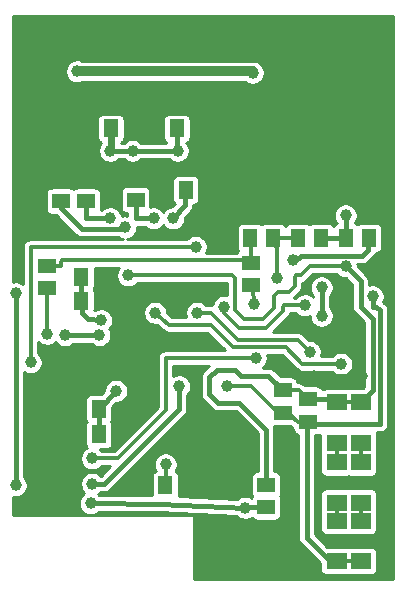
<source format=gbr>
G04 #@! TF.GenerationSoftware,KiCad,Pcbnew,(5.1.0)-1*
G04 #@! TF.CreationDate,2019-05-30T14:49:56+02:00*
G04 #@! TF.ProjectId,UWED,55574544-2e6b-4696-9361-645f70636258,rev?*
G04 #@! TF.SameCoordinates,Original*
G04 #@! TF.FileFunction,Copper,L2,Bot*
G04 #@! TF.FilePolarity,Positive*
%FSLAX46Y46*%
G04 Gerber Fmt 4.6, Leading zero omitted, Abs format (unit mm)*
G04 Created by KiCad (PCBNEW (5.1.0)-1) date 2019-05-30 14:49:56*
%MOMM*%
%LPD*%
G04 APERTURE LIST*
%ADD10R,1.300000X1.500000*%
%ADD11R,1.500000X1.300000*%
%ADD12R,1.800000X1.400000*%
%ADD13C,1.006400*%
%ADD14C,0.812800*%
%ADD15C,0.609600*%
%ADD16C,0.406400*%
%ADD17C,0.304800*%
%ADD18C,0.254000*%
G04 APERTURE END LIST*
D10*
X148282600Y-90622200D03*
X146382600Y-90622200D03*
D11*
X155333600Y-112786200D03*
X155333600Y-114686200D03*
D10*
X137873600Y-114371200D03*
X139773600Y-114371200D03*
X137873600Y-116530200D03*
X139773600Y-116530200D03*
X140154600Y-103195200D03*
X138254600Y-103195200D03*
X140154600Y-105227200D03*
X138254600Y-105227200D03*
X142694600Y-90622200D03*
X140794600Y-90622200D03*
D11*
X138696600Y-94879200D03*
X138696600Y-96779200D03*
X142887600Y-94752200D03*
X142887600Y-96652200D03*
X136537600Y-94879200D03*
X136537600Y-96779200D03*
D10*
X145239600Y-95829200D03*
X147139600Y-95829200D03*
X143512400Y-120848200D03*
X145412400Y-120848200D03*
X152605600Y-99893200D03*
X154505600Y-99893200D03*
D12*
X161937600Y-127247200D03*
X161937600Y-123847200D03*
X161937600Y-122294200D03*
X161937600Y-118894200D03*
X159905600Y-123847200D03*
X159905600Y-127247200D03*
X161937600Y-117214200D03*
X161937600Y-113814200D03*
X159905600Y-118894200D03*
X159905600Y-122294200D03*
X159905600Y-113814200D03*
X159905600Y-117214200D03*
D11*
X135394600Y-102245200D03*
X135394600Y-104145200D03*
X152666600Y-103891200D03*
X152666600Y-101991200D03*
D10*
X158569600Y-99893200D03*
X156669600Y-99893200D03*
X162633600Y-99893200D03*
X160733600Y-99893200D03*
D11*
X157492600Y-113548200D03*
X157492600Y-115448200D03*
X153936600Y-122687200D03*
X153936600Y-120787200D03*
D13*
X155206600Y-85923200D03*
X142506600Y-81986200D03*
X142379600Y-105608200D03*
X142379600Y-114244200D03*
X146189600Y-105862200D03*
X135394600Y-113609200D03*
X158000600Y-111577200D03*
X162064600Y-111577200D03*
X158508600Y-97734200D03*
X143522600Y-119171800D03*
X141998600Y-99004200D03*
X145427600Y-119070200D03*
X152158600Y-122753200D03*
X139077600Y-122372200D03*
X132727600Y-120848200D03*
X132727600Y-104592200D03*
X139204600Y-120721200D03*
X146570600Y-112466200D03*
X153047600Y-110053200D03*
X139204600Y-118562200D03*
X136918600Y-108122800D03*
X139814200Y-108122800D03*
X142252600Y-103068200D03*
X160667600Y-102306200D03*
X150634600Y-112466200D03*
X162953600Y-104846200D03*
X150380600Y-105735200D03*
X157238600Y-105608200D03*
X158635600Y-106497200D03*
X158635600Y-104084200D03*
X148094600Y-106243200D03*
X157619600Y-109545200D03*
X160286600Y-110561200D03*
X144538600Y-106243200D03*
X156222600Y-101798200D03*
X146062600Y-98242200D03*
X141236600Y-112847200D03*
X139966600Y-106878200D03*
X152920600Y-105481200D03*
X154825600Y-103322200D03*
X133997600Y-110434200D03*
X147967600Y-100655200D03*
X135394600Y-108021200D03*
X137934600Y-85796200D03*
X152793600Y-85923200D03*
X140728600Y-98242200D03*
X142633600Y-92527200D03*
X146443600Y-92527200D03*
X140728600Y-92527200D03*
X144411600Y-98242200D03*
X160667600Y-97988200D03*
D14*
X155206600Y-85923200D02*
X155206600Y-82367200D01*
X155206600Y-82367200D02*
X155206600Y-81986200D01*
X155206600Y-81986200D02*
X142506600Y-81986200D01*
X148282600Y-90622200D02*
X149491600Y-90622200D01*
X149491600Y-90622200D02*
X149491600Y-87447200D01*
X149491600Y-87447200D02*
X155206600Y-87447200D01*
X155206600Y-87447200D02*
X155206600Y-85923200D01*
X142694600Y-90622200D02*
X142760600Y-90622200D01*
X142760600Y-90622200D02*
X142760600Y-89098200D01*
X142760600Y-89098200D02*
X142760600Y-87447200D01*
X142760600Y-87447200D02*
X149491600Y-87447200D01*
D15*
X138696600Y-94879200D02*
X139204600Y-94879200D01*
X139204600Y-94879200D02*
X139331600Y-94879200D01*
X139331600Y-94879200D02*
X139331600Y-88971200D01*
X139331600Y-88971200D02*
X142760600Y-88971200D01*
X142760600Y-88971200D02*
X142760600Y-89098200D01*
X142887600Y-94752200D02*
X139204600Y-94752200D01*
X139204600Y-94752200D02*
X139204600Y-94879200D01*
D14*
X136537600Y-94879200D02*
X138696600Y-94879200D01*
D15*
X145239600Y-95829200D02*
X144792600Y-95829200D01*
X144792600Y-95829200D02*
X143776600Y-94813200D01*
X143776600Y-94813200D02*
X142948600Y-94813200D01*
X142948600Y-94813200D02*
X142887600Y-94752200D01*
D16*
X142379600Y-105608200D02*
X142379600Y-114244200D01*
X146189600Y-105862200D02*
X146189600Y-104719200D01*
X146189600Y-104719200D02*
X145808600Y-104338200D01*
X145808600Y-104338200D02*
X143649600Y-104338200D01*
X143649600Y-104338200D02*
X142379600Y-105608200D01*
X137873600Y-116530200D02*
X137873600Y-114371200D01*
X137873600Y-114371200D02*
X135394600Y-113609200D01*
X140154600Y-105227200D02*
X140154600Y-103195200D01*
X140154600Y-103195200D02*
X140154600Y-105623400D01*
X140154600Y-105623400D02*
X140093600Y-105684400D01*
X140093600Y-105684400D02*
X142303400Y-105684400D01*
X142303400Y-105684400D02*
X142379600Y-105608200D01*
X158000600Y-111577200D02*
X162064600Y-111577200D01*
D14*
X158508600Y-97734200D02*
X158508600Y-82113200D01*
X158508600Y-82113200D02*
X155460600Y-82113200D01*
X155460600Y-82113200D02*
X155206600Y-82367200D01*
D16*
X143512400Y-120848200D02*
X143522600Y-120848200D01*
X143522600Y-120848200D02*
X143522600Y-119171800D01*
X141998600Y-99004200D02*
X142125600Y-98877200D01*
X141998600Y-99004200D02*
X141871600Y-99131200D01*
X141871600Y-99131200D02*
X138315600Y-99131200D01*
X138315600Y-99131200D02*
X136537600Y-97353200D01*
X136537600Y-97353200D02*
X136537600Y-96779200D01*
D17*
X145412400Y-120848200D02*
X145437800Y-119390200D01*
X145437800Y-119390200D02*
X145427600Y-119070200D01*
D16*
X152158600Y-122753200D02*
X144919600Y-122397600D01*
X144919600Y-122397600D02*
X139077600Y-122372200D01*
X153936600Y-122687200D02*
X152224600Y-122687200D01*
X152224600Y-122687200D02*
X152158600Y-122753200D01*
X132727600Y-120848200D02*
X132727600Y-104592200D01*
X139204600Y-120721200D02*
X140220600Y-120721200D01*
X140220600Y-120721200D02*
X146570600Y-114371200D01*
X146570600Y-114371200D02*
X146570600Y-112466200D01*
D17*
X153047600Y-110053200D02*
X145427600Y-110053200D01*
X145427600Y-110053200D02*
X145427600Y-114498200D01*
X145427600Y-114498200D02*
X141363600Y-118562200D01*
X141363600Y-118562200D02*
X139204600Y-118562200D01*
D16*
X136918600Y-108122800D02*
X139814200Y-108122800D01*
D17*
X142252600Y-103068200D02*
X151015600Y-103068200D01*
X151015600Y-103068200D02*
X151269600Y-103322200D01*
X151269600Y-103322200D02*
X151269600Y-105989200D01*
X151269600Y-105989200D02*
X152031600Y-106751200D01*
X152031600Y-106751200D02*
X153682600Y-106751200D01*
X153682600Y-106751200D02*
X154571600Y-105862200D01*
X154571600Y-105862200D02*
X154571600Y-104846200D01*
X154571600Y-104846200D02*
X154952600Y-104465200D01*
X154952600Y-104465200D02*
X155841600Y-104465200D01*
X155841600Y-104465200D02*
X156349600Y-103957200D01*
X156349600Y-103957200D02*
X156349600Y-103195200D01*
X156349600Y-103195200D02*
X156476600Y-103068200D01*
X156476600Y-103068200D02*
X156857600Y-103068200D01*
X156857600Y-103068200D02*
X157619600Y-102306200D01*
X157619600Y-102306200D02*
X160667600Y-102306200D01*
X161937600Y-113814200D02*
X159905600Y-113814200D01*
X155333600Y-112786200D02*
X156730600Y-112786200D01*
X156730600Y-112786200D02*
X157492600Y-113548200D01*
D16*
X157492600Y-113548200D02*
X159639600Y-113548200D01*
X159639600Y-113548200D02*
X159905600Y-113814200D01*
X161937600Y-103576200D02*
X160667600Y-102306200D01*
X153936600Y-120787200D02*
X153936600Y-116149200D01*
X153936600Y-116149200D02*
X151650600Y-113863200D01*
X151650600Y-113863200D02*
X149872600Y-113863200D01*
X149872600Y-113863200D02*
X149110600Y-113101200D01*
X149110600Y-113101200D02*
X149110600Y-111704200D01*
X149110600Y-111704200D02*
X149745600Y-111069200D01*
X149745600Y-111069200D02*
X151269600Y-111069200D01*
X151269600Y-111069200D02*
X151777600Y-111577200D01*
X151777600Y-111577200D02*
X154124600Y-111577200D01*
X154124600Y-111577200D02*
X155333600Y-112786200D01*
X161937600Y-103576200D02*
X161937600Y-105735200D01*
X161937600Y-105735200D02*
X162953600Y-106751200D01*
X162953600Y-106751200D02*
X162953600Y-112798200D01*
X162953600Y-112798200D02*
X161937600Y-113814200D01*
D17*
X159905600Y-127247200D02*
X161937600Y-127247200D01*
X155333600Y-114686200D02*
X155775600Y-114686200D01*
X155775600Y-114686200D02*
X156603600Y-115514200D01*
X156603600Y-115514200D02*
X157426600Y-115514200D01*
X157426600Y-115514200D02*
X157492600Y-115448200D01*
X150634600Y-112466200D02*
X152666600Y-112466200D01*
X152666600Y-112466200D02*
X154952600Y-114752200D01*
X154952600Y-114752200D02*
X155267600Y-114752200D01*
X155267600Y-114752200D02*
X155333600Y-114686200D01*
D16*
X159905600Y-127247200D02*
X159319600Y-127247200D01*
X159319600Y-127247200D02*
X157365600Y-125293200D01*
X157365600Y-125293200D02*
X157365600Y-115575200D01*
X157365600Y-115575200D02*
X157492600Y-115448200D01*
X162953600Y-104846200D02*
X162953600Y-105735200D01*
X162953600Y-105735200D02*
X163207600Y-105735200D01*
X163207600Y-105735200D02*
X163588600Y-105989200D01*
X163588600Y-105989200D02*
X163588600Y-115641200D01*
X163588600Y-115641200D02*
X157685600Y-115641200D01*
X157685600Y-115641200D02*
X157492600Y-115448200D01*
D17*
X150380600Y-105735200D02*
X150380600Y-106243200D01*
X150380600Y-106243200D02*
X151650600Y-107513200D01*
X151650600Y-107513200D02*
X153936600Y-107513200D01*
X153936600Y-107513200D02*
X155333600Y-106116200D01*
X155333600Y-106116200D02*
X155333600Y-105735200D01*
X155333600Y-105735200D02*
X155460600Y-105608200D01*
X155460600Y-105608200D02*
X157238600Y-105608200D01*
D16*
X158635600Y-106497200D02*
X158635600Y-104084200D01*
D17*
X148094600Y-106243200D02*
X149237600Y-106243200D01*
X149237600Y-106243200D02*
X151523600Y-108529200D01*
X151523600Y-108529200D02*
X156603600Y-108529200D01*
X156603600Y-108529200D02*
X157619600Y-109545200D01*
X160286600Y-110561200D02*
X156984600Y-110561200D01*
X156984600Y-110561200D02*
X155587600Y-109164200D01*
X155587600Y-109164200D02*
X151142600Y-109164200D01*
X151142600Y-109164200D02*
X149237600Y-107259200D01*
X149237600Y-107259200D02*
X145707000Y-107259200D01*
X145707000Y-107259200D02*
X144538600Y-106243200D01*
D16*
X156222600Y-101798200D02*
X156476600Y-101798200D01*
X156476600Y-101798200D02*
X156857600Y-101417200D01*
X156857600Y-101417200D02*
X162064600Y-101417200D01*
X162064600Y-101417200D02*
X162572600Y-100909200D01*
X162572600Y-100909200D02*
X162572600Y-99954200D01*
X162572600Y-99954200D02*
X162633600Y-99893200D01*
X146062600Y-98242200D02*
X147078600Y-97099200D01*
X147078600Y-97099200D02*
X147078600Y-95890200D01*
X147078600Y-95890200D02*
X147139600Y-95829200D01*
X139773600Y-114371200D02*
X141236600Y-112847200D01*
X139773600Y-116530200D02*
X139773600Y-114371200D01*
X138254600Y-105227200D02*
X138254600Y-103195200D01*
X138254600Y-103195200D02*
X138254600Y-105420200D01*
X138254600Y-105420200D02*
X138315600Y-105481200D01*
X138315600Y-105481200D02*
X138315600Y-106243200D01*
X138315600Y-106243200D02*
X138823600Y-106751200D01*
X138823600Y-106751200D02*
X139966600Y-106878200D01*
D17*
X152920600Y-105481200D02*
X152793600Y-104018200D01*
X152793600Y-104018200D02*
X152666600Y-103891200D01*
X154825600Y-103322200D02*
X154825600Y-100848200D01*
X154825600Y-100848200D02*
X154505600Y-99893200D01*
X154505600Y-99893200D02*
X156669600Y-99893200D01*
X133997600Y-110434200D02*
X133997600Y-100655200D01*
X133997600Y-100655200D02*
X147967600Y-100655200D01*
X135394600Y-108021200D02*
X135394600Y-104145200D01*
D14*
X137934600Y-85796200D02*
X152793600Y-85796200D01*
X152793600Y-85796200D02*
X152793600Y-85923200D01*
D16*
X140728600Y-98242200D02*
X138696600Y-98242200D01*
X138696600Y-98242200D02*
X138696600Y-96779200D01*
X142633600Y-92527200D02*
X146443600Y-92527200D01*
X140728600Y-92527200D02*
X142633600Y-92527200D01*
X146443600Y-92527200D02*
X146382600Y-92527200D01*
X146382600Y-92527200D02*
X146382600Y-90622200D01*
D15*
X140728600Y-92527200D02*
X140794600Y-92527200D01*
X140794600Y-92527200D02*
X140794600Y-90622200D01*
D16*
X144411600Y-98242200D02*
X142887600Y-98242200D01*
X142887600Y-98242200D02*
X142887600Y-96652200D01*
D17*
X135394600Y-102245200D02*
X136537600Y-102245200D01*
X152666600Y-101991200D02*
X152666600Y-99954200D01*
X152666600Y-99954200D02*
X152605600Y-99893200D01*
X136537600Y-102245200D02*
X136537600Y-101925200D01*
X136537600Y-101925200D02*
X136664600Y-101798200D01*
X136664600Y-101798200D02*
X152473600Y-101798200D01*
X152473600Y-101798200D02*
X152666600Y-101991200D01*
D16*
X158569600Y-99893200D02*
X160733600Y-99893200D01*
X160667600Y-97988200D02*
X160667600Y-99827200D01*
X160667600Y-99827200D02*
X160733600Y-99893200D01*
D17*
X161937600Y-123847200D02*
X161937600Y-122294200D01*
X161937600Y-118894200D02*
X161937600Y-117214200D01*
X159905600Y-123847200D02*
X159905600Y-122294200D01*
X159905600Y-118894200D02*
X159905600Y-117214200D01*
D18*
G36*
X164680800Y-128798400D02*
G01*
X147815200Y-128798400D01*
X147815200Y-123515200D01*
X147812760Y-123490424D01*
X147805533Y-123466599D01*
X147793797Y-123444643D01*
X147778003Y-123425397D01*
X147758757Y-123409603D01*
X147736801Y-123397867D01*
X147712976Y-123390640D01*
X147688200Y-123388200D01*
X132499000Y-123388200D01*
X132499000Y-121833739D01*
X132628005Y-121859400D01*
X132827195Y-121859400D01*
X133022556Y-121820540D01*
X133206583Y-121744314D01*
X133372203Y-121633651D01*
X133513051Y-121492803D01*
X133623714Y-121327183D01*
X133699940Y-121143156D01*
X133738800Y-120947795D01*
X133738800Y-120748605D01*
X133699940Y-120553244D01*
X133623714Y-120369217D01*
X133513051Y-120203597D01*
X133438800Y-120129346D01*
X133438800Y-111276982D01*
X133518617Y-111330314D01*
X133702644Y-111406540D01*
X133898005Y-111445400D01*
X134097195Y-111445400D01*
X134292556Y-111406540D01*
X134476583Y-111330314D01*
X134642203Y-111219651D01*
X134783051Y-111078803D01*
X134893714Y-110913183D01*
X134969940Y-110729156D01*
X135008800Y-110533795D01*
X135008800Y-110334605D01*
X134969940Y-110139244D01*
X134893714Y-109955217D01*
X134783051Y-109789597D01*
X134658000Y-109664546D01*
X134658000Y-108714654D01*
X134749997Y-108806651D01*
X134915617Y-108917314D01*
X135099644Y-108993540D01*
X135295005Y-109032400D01*
X135494195Y-109032400D01*
X135689556Y-108993540D01*
X135873583Y-108917314D01*
X136039203Y-108806651D01*
X136111240Y-108734614D01*
X136133149Y-108767403D01*
X136273997Y-108908251D01*
X136439617Y-109018914D01*
X136623644Y-109095140D01*
X136819005Y-109134000D01*
X137018195Y-109134000D01*
X137213556Y-109095140D01*
X137397583Y-109018914D01*
X137563203Y-108908251D01*
X137637454Y-108834000D01*
X139095346Y-108834000D01*
X139169597Y-108908251D01*
X139335217Y-109018914D01*
X139519244Y-109095140D01*
X139714605Y-109134000D01*
X139913795Y-109134000D01*
X140109156Y-109095140D01*
X140293183Y-109018914D01*
X140458803Y-108908251D01*
X140599651Y-108767403D01*
X140710314Y-108601783D01*
X140786540Y-108417756D01*
X140825400Y-108222395D01*
X140825400Y-108023205D01*
X140786540Y-107827844D01*
X140710314Y-107643817D01*
X140678560Y-107596294D01*
X140752051Y-107522803D01*
X140862714Y-107357183D01*
X140938940Y-107173156D01*
X140977800Y-106977795D01*
X140977800Y-106778605D01*
X140938940Y-106583244D01*
X140862714Y-106399217D01*
X140752051Y-106233597D01*
X140611203Y-106092749D01*
X140445583Y-105982086D01*
X140261556Y-105905860D01*
X140066195Y-105867000D01*
X139867005Y-105867000D01*
X139671644Y-105905860D01*
X139487617Y-105982086D01*
X139409431Y-106034328D01*
X139415057Y-105977200D01*
X139415057Y-104477200D01*
X139405249Y-104377615D01*
X139376201Y-104281857D01*
X139338434Y-104211200D01*
X139376201Y-104140543D01*
X139405249Y-104044785D01*
X139415057Y-103945200D01*
X139415057Y-102458600D01*
X141443761Y-102458600D01*
X141356486Y-102589217D01*
X141280260Y-102773244D01*
X141241400Y-102968605D01*
X141241400Y-103167795D01*
X141280260Y-103363156D01*
X141356486Y-103547183D01*
X141467149Y-103712803D01*
X141607997Y-103853651D01*
X141773617Y-103964314D01*
X141957644Y-104040540D01*
X142153005Y-104079400D01*
X142352195Y-104079400D01*
X142547556Y-104040540D01*
X142731583Y-103964314D01*
X142897203Y-103853651D01*
X143022254Y-103728600D01*
X150609200Y-103728600D01*
X150609201Y-104749661D01*
X150480195Y-104724000D01*
X150281005Y-104724000D01*
X150085644Y-104762860D01*
X149901617Y-104839086D01*
X149735997Y-104949749D01*
X149595149Y-105090597D01*
X149484486Y-105256217D01*
X149408260Y-105440244D01*
X149377380Y-105595486D01*
X149367061Y-105592356D01*
X149270039Y-105582800D01*
X149237600Y-105579605D01*
X149205161Y-105582800D01*
X148864254Y-105582800D01*
X148739203Y-105457749D01*
X148573583Y-105347086D01*
X148389556Y-105270860D01*
X148194195Y-105232000D01*
X147995005Y-105232000D01*
X147799644Y-105270860D01*
X147615617Y-105347086D01*
X147449997Y-105457749D01*
X147309149Y-105598597D01*
X147198486Y-105764217D01*
X147122260Y-105948244D01*
X147083400Y-106143605D01*
X147083400Y-106342795D01*
X147122260Y-106538156D01*
X147147379Y-106598800D01*
X145953973Y-106598800D01*
X145549800Y-106247345D01*
X145549800Y-106143605D01*
X145510940Y-105948244D01*
X145434714Y-105764217D01*
X145324051Y-105598597D01*
X145183203Y-105457749D01*
X145017583Y-105347086D01*
X144833556Y-105270860D01*
X144638195Y-105232000D01*
X144439005Y-105232000D01*
X144243644Y-105270860D01*
X144059617Y-105347086D01*
X143893997Y-105457749D01*
X143753149Y-105598597D01*
X143642486Y-105764217D01*
X143566260Y-105948244D01*
X143527400Y-106143605D01*
X143527400Y-106342795D01*
X143566260Y-106538156D01*
X143642486Y-106722183D01*
X143753149Y-106887803D01*
X143893997Y-107028651D01*
X144059617Y-107139314D01*
X144243644Y-107215540D01*
X144439005Y-107254400D01*
X144638195Y-107254400D01*
X144684463Y-107245197D01*
X145231742Y-107721091D01*
X145237767Y-107728433D01*
X145280770Y-107763724D01*
X145298138Y-107778827D01*
X145305828Y-107784289D01*
X145338326Y-107810959D01*
X145358748Y-107821875D01*
X145377622Y-107835280D01*
X145415977Y-107852464D01*
X145453053Y-107872282D01*
X145475212Y-107879004D01*
X145496338Y-107888469D01*
X145537311Y-107897841D01*
X145577539Y-107910044D01*
X145600582Y-107912314D01*
X145623151Y-107917476D01*
X145665167Y-107918675D01*
X145674561Y-107919600D01*
X145697596Y-107919600D01*
X145753185Y-107921186D01*
X145762546Y-107919600D01*
X148964054Y-107919600D01*
X150437253Y-109392800D01*
X145460039Y-109392800D01*
X145427600Y-109389605D01*
X145395161Y-109392800D01*
X145298139Y-109402356D01*
X145173653Y-109440118D01*
X145058926Y-109501441D01*
X144958367Y-109583967D01*
X144875841Y-109684526D01*
X144814518Y-109799253D01*
X144776756Y-109923739D01*
X144764005Y-110053200D01*
X144767200Y-110085639D01*
X144767201Y-114224652D01*
X141090054Y-117901800D01*
X139974254Y-117901800D01*
X139863111Y-117790657D01*
X140423600Y-117790657D01*
X140523185Y-117780849D01*
X140618943Y-117751801D01*
X140707195Y-117704629D01*
X140784548Y-117641148D01*
X140848029Y-117563795D01*
X140895201Y-117475543D01*
X140924249Y-117379785D01*
X140934057Y-117280200D01*
X140934057Y-115780200D01*
X140924249Y-115680615D01*
X140895201Y-115584857D01*
X140848029Y-115496605D01*
X140810356Y-115450700D01*
X140848029Y-115404795D01*
X140895201Y-115316543D01*
X140924249Y-115220785D01*
X140934057Y-115121200D01*
X140934057Y-114189328D01*
X141251740Y-113858400D01*
X141336195Y-113858400D01*
X141531556Y-113819540D01*
X141715583Y-113743314D01*
X141881203Y-113632651D01*
X142022051Y-113491803D01*
X142132714Y-113326183D01*
X142208940Y-113142156D01*
X142247800Y-112946795D01*
X142247800Y-112747605D01*
X142208940Y-112552244D01*
X142132714Y-112368217D01*
X142022051Y-112202597D01*
X141881203Y-112061749D01*
X141715583Y-111951086D01*
X141531556Y-111874860D01*
X141336195Y-111836000D01*
X141137005Y-111836000D01*
X140941644Y-111874860D01*
X140757617Y-111951086D01*
X140591997Y-112061749D01*
X140451149Y-112202597D01*
X140340486Y-112368217D01*
X140264260Y-112552244D01*
X140225400Y-112747605D01*
X140225400Y-112873591D01*
X139997741Y-113110743D01*
X139123600Y-113110743D01*
X139024015Y-113120551D01*
X138928257Y-113149599D01*
X138840005Y-113196771D01*
X138762652Y-113260252D01*
X138699171Y-113337605D01*
X138651999Y-113425857D01*
X138622951Y-113521615D01*
X138613143Y-113621200D01*
X138613143Y-115121200D01*
X138622951Y-115220785D01*
X138651999Y-115316543D01*
X138699171Y-115404795D01*
X138736844Y-115450700D01*
X138699171Y-115496605D01*
X138651999Y-115584857D01*
X138622951Y-115680615D01*
X138613143Y-115780200D01*
X138613143Y-117280200D01*
X138622951Y-117379785D01*
X138651999Y-117475543D01*
X138699171Y-117563795D01*
X138762652Y-117641148D01*
X138770424Y-117647526D01*
X138725617Y-117666086D01*
X138559997Y-117776749D01*
X138419149Y-117917597D01*
X138308486Y-118083217D01*
X138232260Y-118267244D01*
X138193400Y-118462605D01*
X138193400Y-118661795D01*
X138232260Y-118857156D01*
X138308486Y-119041183D01*
X138419149Y-119206803D01*
X138559997Y-119347651D01*
X138725617Y-119458314D01*
X138909644Y-119534540D01*
X139105005Y-119573400D01*
X139304195Y-119573400D01*
X139499556Y-119534540D01*
X139683583Y-119458314D01*
X139849203Y-119347651D01*
X139974254Y-119222600D01*
X140713413Y-119222600D01*
X139926013Y-120010000D01*
X139923454Y-120010000D01*
X139849203Y-119935749D01*
X139683583Y-119825086D01*
X139499556Y-119748860D01*
X139304195Y-119710000D01*
X139105005Y-119710000D01*
X138909644Y-119748860D01*
X138725617Y-119825086D01*
X138559997Y-119935749D01*
X138419149Y-120076597D01*
X138308486Y-120242217D01*
X138232260Y-120426244D01*
X138193400Y-120621605D01*
X138193400Y-120820795D01*
X138232260Y-121016156D01*
X138308486Y-121200183D01*
X138419149Y-121365803D01*
X138557144Y-121503798D01*
X138432997Y-121586749D01*
X138292149Y-121727597D01*
X138181486Y-121893217D01*
X138105260Y-122077244D01*
X138066400Y-122272605D01*
X138066400Y-122471795D01*
X138105260Y-122667156D01*
X138181486Y-122851183D01*
X138292149Y-123016803D01*
X138432997Y-123157651D01*
X138598617Y-123268314D01*
X138782644Y-123344540D01*
X138978005Y-123383400D01*
X139177195Y-123383400D01*
X139372556Y-123344540D01*
X139556583Y-123268314D01*
X139722203Y-123157651D01*
X139793336Y-123086518D01*
X144900603Y-123108724D01*
X151403511Y-123428165D01*
X151513997Y-123538651D01*
X151679617Y-123649314D01*
X151863644Y-123725540D01*
X152059005Y-123764400D01*
X152258195Y-123764400D01*
X152453556Y-123725540D01*
X152637583Y-123649314D01*
X152740617Y-123580470D01*
X152762171Y-123620795D01*
X152825652Y-123698148D01*
X152903005Y-123761629D01*
X152991257Y-123808801D01*
X153087015Y-123837849D01*
X153186600Y-123847657D01*
X154686600Y-123847657D01*
X154786185Y-123837849D01*
X154881943Y-123808801D01*
X154970195Y-123761629D01*
X155047548Y-123698148D01*
X155111029Y-123620795D01*
X155158201Y-123532543D01*
X155187249Y-123436785D01*
X155197057Y-123337200D01*
X155197057Y-122037200D01*
X155187249Y-121937615D01*
X155158201Y-121841857D01*
X155111029Y-121753605D01*
X155097566Y-121737200D01*
X155111029Y-121720795D01*
X155158201Y-121632543D01*
X155187249Y-121536785D01*
X155197057Y-121437200D01*
X155197057Y-120137200D01*
X155187249Y-120037615D01*
X155158201Y-119941857D01*
X155111029Y-119853605D01*
X155047548Y-119776252D01*
X154970195Y-119712771D01*
X154881943Y-119665599D01*
X154786185Y-119636551D01*
X154686600Y-119626743D01*
X154647800Y-119626743D01*
X154647800Y-116184125D01*
X154651240Y-116149199D01*
X154647800Y-116114273D01*
X154647800Y-116114264D01*
X154637509Y-116009780D01*
X154596842Y-115875719D01*
X154581181Y-115846419D01*
X154583600Y-115846657D01*
X156002110Y-115846657D01*
X156113686Y-115958233D01*
X156134367Y-115983433D01*
X156201142Y-116038233D01*
X156232143Y-116063675D01*
X156232143Y-116098200D01*
X156241951Y-116197785D01*
X156270999Y-116293543D01*
X156318171Y-116381795D01*
X156381652Y-116459148D01*
X156459005Y-116522629D01*
X156547257Y-116569801D01*
X156643015Y-116598849D01*
X156654401Y-116599970D01*
X156654400Y-125258274D01*
X156650960Y-125293200D01*
X156654400Y-125328126D01*
X156654400Y-125328135D01*
X156664691Y-125432619D01*
X156705358Y-125566680D01*
X156771398Y-125690232D01*
X156860273Y-125798526D01*
X156887410Y-125820797D01*
X158495143Y-127428532D01*
X158495143Y-127947200D01*
X158504951Y-128046785D01*
X158533999Y-128142543D01*
X158581171Y-128230795D01*
X158644652Y-128308148D01*
X158722005Y-128371629D01*
X158810257Y-128418801D01*
X158906015Y-128447849D01*
X159005600Y-128457657D01*
X160805600Y-128457657D01*
X160905185Y-128447849D01*
X160921600Y-128442870D01*
X160938015Y-128447849D01*
X161037600Y-128457657D01*
X162837600Y-128457657D01*
X162937185Y-128447849D01*
X163032943Y-128418801D01*
X163121195Y-128371629D01*
X163198548Y-128308148D01*
X163262029Y-128230795D01*
X163309201Y-128142543D01*
X163338249Y-128046785D01*
X163348057Y-127947200D01*
X163348057Y-126547200D01*
X163338249Y-126447615D01*
X163309201Y-126351857D01*
X163262029Y-126263605D01*
X163198548Y-126186252D01*
X163121195Y-126122771D01*
X163032943Y-126075599D01*
X162937185Y-126046551D01*
X162837600Y-126036743D01*
X161037600Y-126036743D01*
X160938015Y-126046551D01*
X160921600Y-126051530D01*
X160905185Y-126046551D01*
X160805600Y-126036743D01*
X159114931Y-126036743D01*
X158076800Y-124998613D01*
X158076800Y-121594200D01*
X158495143Y-121594200D01*
X158495143Y-122994200D01*
X158502677Y-123070700D01*
X158495143Y-123147200D01*
X158495143Y-124547200D01*
X158504951Y-124646785D01*
X158533999Y-124742543D01*
X158581171Y-124830795D01*
X158644652Y-124908148D01*
X158722005Y-124971629D01*
X158810257Y-125018801D01*
X158906015Y-125047849D01*
X159005600Y-125057657D01*
X160805600Y-125057657D01*
X160905185Y-125047849D01*
X160921600Y-125042870D01*
X160938015Y-125047849D01*
X161037600Y-125057657D01*
X162837600Y-125057657D01*
X162937185Y-125047849D01*
X163032943Y-125018801D01*
X163121195Y-124971629D01*
X163198548Y-124908148D01*
X163262029Y-124830795D01*
X163309201Y-124742543D01*
X163338249Y-124646785D01*
X163348057Y-124547200D01*
X163348057Y-123147200D01*
X163340523Y-123070700D01*
X163348057Y-122994200D01*
X163348057Y-121594200D01*
X163338249Y-121494615D01*
X163309201Y-121398857D01*
X163262029Y-121310605D01*
X163198548Y-121233252D01*
X163121195Y-121169771D01*
X163032943Y-121122599D01*
X162937185Y-121093551D01*
X162837600Y-121083743D01*
X161037600Y-121083743D01*
X160938015Y-121093551D01*
X160921600Y-121098530D01*
X160905185Y-121093551D01*
X160805600Y-121083743D01*
X159005600Y-121083743D01*
X158906015Y-121093551D01*
X158810257Y-121122599D01*
X158722005Y-121169771D01*
X158644652Y-121233252D01*
X158581171Y-121310605D01*
X158533999Y-121398857D01*
X158504951Y-121494615D01*
X158495143Y-121594200D01*
X158076800Y-121594200D01*
X158076800Y-116608657D01*
X158242600Y-116608657D01*
X158342185Y-116598849D01*
X158437943Y-116569801D01*
X158495143Y-116539227D01*
X158495143Y-117914200D01*
X158504951Y-118013785D01*
X158517211Y-118054200D01*
X158504951Y-118094615D01*
X158495143Y-118194200D01*
X158495143Y-119594200D01*
X158504951Y-119693785D01*
X158533999Y-119789543D01*
X158581171Y-119877795D01*
X158644652Y-119955148D01*
X158722005Y-120018629D01*
X158810257Y-120065801D01*
X158906015Y-120094849D01*
X159005600Y-120104657D01*
X160805600Y-120104657D01*
X160905185Y-120094849D01*
X160921600Y-120089870D01*
X160938015Y-120094849D01*
X161037600Y-120104657D01*
X162837600Y-120104657D01*
X162937185Y-120094849D01*
X163032943Y-120065801D01*
X163121195Y-120018629D01*
X163198548Y-119955148D01*
X163262029Y-119877795D01*
X163309201Y-119789543D01*
X163338249Y-119693785D01*
X163348057Y-119594200D01*
X163348057Y-118194200D01*
X163338249Y-118094615D01*
X163325989Y-118054200D01*
X163338249Y-118013785D01*
X163348057Y-117914200D01*
X163348057Y-116514200D01*
X163338249Y-116414615D01*
X163319376Y-116352400D01*
X163553664Y-116352400D01*
X163588600Y-116355841D01*
X163623536Y-116352400D01*
X163728020Y-116342109D01*
X163862081Y-116301442D01*
X163985633Y-116235402D01*
X164093927Y-116146527D01*
X164182802Y-116038233D01*
X164248842Y-115914681D01*
X164289509Y-115780620D01*
X164303241Y-115641200D01*
X164299800Y-115606264D01*
X164299800Y-106023757D01*
X164303240Y-105988452D01*
X164296400Y-105919743D01*
X164289509Y-105849780D01*
X164289399Y-105849417D01*
X164289362Y-105849047D01*
X164269270Y-105783061D01*
X164248842Y-105715719D01*
X164248663Y-105715385D01*
X164248555Y-105715029D01*
X164215920Y-105654127D01*
X164182802Y-105592167D01*
X164182562Y-105591875D01*
X164182386Y-105591546D01*
X164138134Y-105537740D01*
X164093926Y-105483873D01*
X164093638Y-105483636D01*
X164093398Y-105483345D01*
X164039080Y-105438862D01*
X163985632Y-105394998D01*
X163954348Y-105378276D01*
X163855122Y-105312126D01*
X163925940Y-105141156D01*
X163964800Y-104945795D01*
X163964800Y-104746605D01*
X163925940Y-104551244D01*
X163849714Y-104367217D01*
X163739051Y-104201597D01*
X163598203Y-104060749D01*
X163432583Y-103950086D01*
X163248556Y-103873860D01*
X163053195Y-103835000D01*
X162854005Y-103835000D01*
X162658644Y-103873860D01*
X162648800Y-103877937D01*
X162648800Y-103611125D01*
X162652240Y-103576199D01*
X162648800Y-103541273D01*
X162648800Y-103541264D01*
X162638509Y-103436780D01*
X162597842Y-103302719D01*
X162531802Y-103179167D01*
X162518338Y-103162761D01*
X162465197Y-103098008D01*
X162465188Y-103097999D01*
X162442926Y-103070873D01*
X162415800Y-103048612D01*
X161678800Y-102311612D01*
X161678800Y-102206605D01*
X161663244Y-102128400D01*
X162029674Y-102128400D01*
X162064600Y-102131840D01*
X162099526Y-102128400D01*
X162099536Y-102128400D01*
X162204020Y-102118109D01*
X162338081Y-102077442D01*
X162461633Y-102011402D01*
X162569927Y-101922527D01*
X162592201Y-101895386D01*
X163050800Y-101436789D01*
X163077926Y-101414527D01*
X163100188Y-101387401D01*
X163100197Y-101387392D01*
X163166801Y-101306234D01*
X163166802Y-101306233D01*
X163232842Y-101182681D01*
X163241646Y-101153657D01*
X163283600Y-101153657D01*
X163383185Y-101143849D01*
X163478943Y-101114801D01*
X163567195Y-101067629D01*
X163644548Y-101004148D01*
X163708029Y-100926795D01*
X163755201Y-100838543D01*
X163784249Y-100742785D01*
X163794057Y-100643200D01*
X163794057Y-99143200D01*
X163784249Y-99043615D01*
X163755201Y-98947857D01*
X163708029Y-98859605D01*
X163644548Y-98782252D01*
X163567195Y-98718771D01*
X163478943Y-98671599D01*
X163383185Y-98642551D01*
X163283600Y-98632743D01*
X161983600Y-98632743D01*
X161884015Y-98642551D01*
X161788257Y-98671599D01*
X161700005Y-98718771D01*
X161683600Y-98732234D01*
X161667195Y-98718771D01*
X161578943Y-98671599D01*
X161483185Y-98642551D01*
X161446879Y-98638975D01*
X161453051Y-98632803D01*
X161563714Y-98467183D01*
X161639940Y-98283156D01*
X161678800Y-98087795D01*
X161678800Y-97888605D01*
X161639940Y-97693244D01*
X161563714Y-97509217D01*
X161453051Y-97343597D01*
X161312203Y-97202749D01*
X161146583Y-97092086D01*
X160962556Y-97015860D01*
X160767195Y-96977000D01*
X160568005Y-96977000D01*
X160372644Y-97015860D01*
X160188617Y-97092086D01*
X160022997Y-97202749D01*
X159882149Y-97343597D01*
X159771486Y-97509217D01*
X159695260Y-97693244D01*
X159656400Y-97888605D01*
X159656400Y-98087795D01*
X159695260Y-98283156D01*
X159771486Y-98467183D01*
X159882149Y-98632803D01*
X159913337Y-98663991D01*
X159888257Y-98671599D01*
X159800005Y-98718771D01*
X159722652Y-98782252D01*
X159659171Y-98859605D01*
X159651600Y-98873769D01*
X159644029Y-98859605D01*
X159580548Y-98782252D01*
X159503195Y-98718771D01*
X159414943Y-98671599D01*
X159319185Y-98642551D01*
X159219600Y-98632743D01*
X157919600Y-98632743D01*
X157820015Y-98642551D01*
X157724257Y-98671599D01*
X157636005Y-98718771D01*
X157619600Y-98732234D01*
X157603195Y-98718771D01*
X157514943Y-98671599D01*
X157419185Y-98642551D01*
X157319600Y-98632743D01*
X156019600Y-98632743D01*
X155920015Y-98642551D01*
X155824257Y-98671599D01*
X155736005Y-98718771D01*
X155658652Y-98782252D01*
X155595171Y-98859605D01*
X155587600Y-98873769D01*
X155580029Y-98859605D01*
X155516548Y-98782252D01*
X155439195Y-98718771D01*
X155350943Y-98671599D01*
X155255185Y-98642551D01*
X155155600Y-98632743D01*
X153855600Y-98632743D01*
X153756015Y-98642551D01*
X153660257Y-98671599D01*
X153572005Y-98718771D01*
X153555600Y-98732234D01*
X153539195Y-98718771D01*
X153450943Y-98671599D01*
X153355185Y-98642551D01*
X153255600Y-98632743D01*
X151955600Y-98632743D01*
X151856015Y-98642551D01*
X151760257Y-98671599D01*
X151672005Y-98718771D01*
X151594652Y-98782252D01*
X151531171Y-98859605D01*
X151483999Y-98947857D01*
X151454951Y-99043615D01*
X151445143Y-99143200D01*
X151445143Y-100643200D01*
X151454951Y-100742785D01*
X151483999Y-100838543D01*
X151531171Y-100926795D01*
X151567238Y-100970744D01*
X151555652Y-100980252D01*
X151492171Y-101057605D01*
X151449306Y-101137800D01*
X148861297Y-101137800D01*
X148863714Y-101134183D01*
X148939940Y-100950156D01*
X148978800Y-100754795D01*
X148978800Y-100555605D01*
X148939940Y-100360244D01*
X148863714Y-100176217D01*
X148753051Y-100010597D01*
X148612203Y-99869749D01*
X148446583Y-99759086D01*
X148262556Y-99682860D01*
X148067195Y-99644000D01*
X147868005Y-99644000D01*
X147672644Y-99682860D01*
X147488617Y-99759086D01*
X147322997Y-99869749D01*
X147197946Y-99994800D01*
X142201757Y-99994800D01*
X142293556Y-99976540D01*
X142477583Y-99900314D01*
X142643203Y-99789651D01*
X142784051Y-99648803D01*
X142894714Y-99483183D01*
X142970940Y-99299156D01*
X143009800Y-99103795D01*
X143009800Y-98953400D01*
X143692746Y-98953400D01*
X143766997Y-99027651D01*
X143932617Y-99138314D01*
X144116644Y-99214540D01*
X144312005Y-99253400D01*
X144511195Y-99253400D01*
X144706556Y-99214540D01*
X144890583Y-99138314D01*
X145056203Y-99027651D01*
X145197051Y-98886803D01*
X145237100Y-98826865D01*
X145277149Y-98886803D01*
X145417997Y-99027651D01*
X145583617Y-99138314D01*
X145767644Y-99214540D01*
X145963005Y-99253400D01*
X146162195Y-99253400D01*
X146357556Y-99214540D01*
X146541583Y-99138314D01*
X146707203Y-99027651D01*
X146848051Y-98886803D01*
X146958714Y-98721183D01*
X147034940Y-98537156D01*
X147073800Y-98341795D01*
X147073800Y-98175098D01*
X147573014Y-97613482D01*
X147583926Y-97604527D01*
X147619448Y-97561244D01*
X147633368Y-97545584D01*
X147641631Y-97534214D01*
X147672802Y-97496233D01*
X147682721Y-97477675D01*
X147695091Y-97460655D01*
X147715673Y-97416027D01*
X147738842Y-97372681D01*
X147744950Y-97352547D01*
X147753762Y-97333439D01*
X147765242Y-97285653D01*
X147779509Y-97238620D01*
X147781572Y-97217676D01*
X147786486Y-97197220D01*
X147788422Y-97148123D01*
X147789800Y-97134136D01*
X147789800Y-97113194D01*
X147790733Y-97089545D01*
X147889185Y-97079849D01*
X147984943Y-97050801D01*
X148073195Y-97003629D01*
X148150548Y-96940148D01*
X148214029Y-96862795D01*
X148261201Y-96774543D01*
X148290249Y-96678785D01*
X148300057Y-96579200D01*
X148300057Y-95079200D01*
X148290249Y-94979615D01*
X148261201Y-94883857D01*
X148214029Y-94795605D01*
X148150548Y-94718252D01*
X148073195Y-94654771D01*
X147984943Y-94607599D01*
X147889185Y-94578551D01*
X147789600Y-94568743D01*
X146489600Y-94568743D01*
X146390015Y-94578551D01*
X146294257Y-94607599D01*
X146206005Y-94654771D01*
X146128652Y-94718252D01*
X146065171Y-94795605D01*
X146017999Y-94883857D01*
X145988951Y-94979615D01*
X145979143Y-95079200D01*
X145979143Y-96579200D01*
X145988951Y-96678785D01*
X146017999Y-96774543D01*
X146065171Y-96862795D01*
X146128652Y-96940148D01*
X146206005Y-97003629D01*
X146210068Y-97005801D01*
X146009891Y-97231000D01*
X145963005Y-97231000D01*
X145767644Y-97269860D01*
X145583617Y-97346086D01*
X145417997Y-97456749D01*
X145277149Y-97597597D01*
X145237100Y-97657535D01*
X145197051Y-97597597D01*
X145056203Y-97456749D01*
X144890583Y-97346086D01*
X144706556Y-97269860D01*
X144511195Y-97231000D01*
X144312005Y-97231000D01*
X144148057Y-97263612D01*
X144148057Y-96002200D01*
X144138249Y-95902615D01*
X144109201Y-95806857D01*
X144062029Y-95718605D01*
X143998548Y-95641252D01*
X143921195Y-95577771D01*
X143832943Y-95530599D01*
X143737185Y-95501551D01*
X143637600Y-95491743D01*
X142137600Y-95491743D01*
X142038015Y-95501551D01*
X141942257Y-95530599D01*
X141854005Y-95577771D01*
X141776652Y-95641252D01*
X141713171Y-95718605D01*
X141665999Y-95806857D01*
X141636951Y-95902615D01*
X141627143Y-96002200D01*
X141627143Y-97302200D01*
X141636951Y-97401785D01*
X141665999Y-97497543D01*
X141713171Y-97585795D01*
X141776652Y-97663148D01*
X141854005Y-97726629D01*
X141942257Y-97773801D01*
X142038015Y-97802849D01*
X142137600Y-97812657D01*
X142176400Y-97812657D01*
X142176400Y-98008556D01*
X142098195Y-97993000D01*
X141899005Y-97993000D01*
X141717234Y-98029157D01*
X141700940Y-97947244D01*
X141624714Y-97763217D01*
X141514051Y-97597597D01*
X141373203Y-97456749D01*
X141207583Y-97346086D01*
X141023556Y-97269860D01*
X140828195Y-97231000D01*
X140629005Y-97231000D01*
X140433644Y-97269860D01*
X140249617Y-97346086D01*
X140083997Y-97456749D01*
X140009746Y-97531000D01*
X139946577Y-97531000D01*
X139947249Y-97528785D01*
X139957057Y-97429200D01*
X139957057Y-96129200D01*
X139947249Y-96029615D01*
X139918201Y-95933857D01*
X139871029Y-95845605D01*
X139807548Y-95768252D01*
X139730195Y-95704771D01*
X139641943Y-95657599D01*
X139546185Y-95628551D01*
X139446600Y-95618743D01*
X137946600Y-95618743D01*
X137847015Y-95628551D01*
X137751257Y-95657599D01*
X137663005Y-95704771D01*
X137617100Y-95742444D01*
X137571195Y-95704771D01*
X137482943Y-95657599D01*
X137387185Y-95628551D01*
X137287600Y-95618743D01*
X135787600Y-95618743D01*
X135688015Y-95628551D01*
X135592257Y-95657599D01*
X135504005Y-95704771D01*
X135426652Y-95768252D01*
X135363171Y-95845605D01*
X135315999Y-95933857D01*
X135286951Y-96029615D01*
X135277143Y-96129200D01*
X135277143Y-97429200D01*
X135286951Y-97528785D01*
X135315999Y-97624543D01*
X135363171Y-97712795D01*
X135426652Y-97790148D01*
X135504005Y-97853629D01*
X135592257Y-97900801D01*
X135688015Y-97929849D01*
X135787600Y-97939657D01*
X136118270Y-97939657D01*
X137788007Y-99609396D01*
X137810273Y-99636527D01*
X137837404Y-99658793D01*
X137837409Y-99658798D01*
X137918567Y-99725402D01*
X138042118Y-99791442D01*
X138119054Y-99814780D01*
X138176180Y-99832109D01*
X138280664Y-99842400D01*
X138280671Y-99842400D01*
X138315600Y-99845840D01*
X138350528Y-99842400D01*
X141432942Y-99842400D01*
X141519617Y-99900314D01*
X141703644Y-99976540D01*
X141795443Y-99994800D01*
X134030039Y-99994800D01*
X133997600Y-99991605D01*
X133965161Y-99994800D01*
X133868139Y-100004356D01*
X133743653Y-100042118D01*
X133628926Y-100103441D01*
X133528367Y-100185967D01*
X133445841Y-100286526D01*
X133384518Y-100401253D01*
X133346756Y-100525739D01*
X133334005Y-100655200D01*
X133337201Y-100687649D01*
X133337201Y-103783361D01*
X133206583Y-103696086D01*
X133022556Y-103619860D01*
X132827195Y-103581000D01*
X132628005Y-103581000D01*
X132499000Y-103606661D01*
X132499000Y-89872200D01*
X139634143Y-89872200D01*
X139634143Y-91372200D01*
X139643951Y-91471785D01*
X139672999Y-91567543D01*
X139720171Y-91655795D01*
X139783652Y-91733148D01*
X139861005Y-91796629D01*
X139949257Y-91843801D01*
X139974337Y-91851409D01*
X139943149Y-91882597D01*
X139832486Y-92048217D01*
X139756260Y-92232244D01*
X139717400Y-92427605D01*
X139717400Y-92626795D01*
X139756260Y-92822156D01*
X139832486Y-93006183D01*
X139943149Y-93171803D01*
X140083997Y-93312651D01*
X140249617Y-93423314D01*
X140433644Y-93499540D01*
X140629005Y-93538400D01*
X140828195Y-93538400D01*
X141023556Y-93499540D01*
X141207583Y-93423314D01*
X141373203Y-93312651D01*
X141447454Y-93238400D01*
X141914746Y-93238400D01*
X141988997Y-93312651D01*
X142154617Y-93423314D01*
X142338644Y-93499540D01*
X142534005Y-93538400D01*
X142733195Y-93538400D01*
X142928556Y-93499540D01*
X143112583Y-93423314D01*
X143278203Y-93312651D01*
X143352454Y-93238400D01*
X145724746Y-93238400D01*
X145798997Y-93312651D01*
X145964617Y-93423314D01*
X146148644Y-93499540D01*
X146344005Y-93538400D01*
X146543195Y-93538400D01*
X146738556Y-93499540D01*
X146922583Y-93423314D01*
X147088203Y-93312651D01*
X147229051Y-93171803D01*
X147339714Y-93006183D01*
X147415940Y-92822156D01*
X147454800Y-92626795D01*
X147454800Y-92427605D01*
X147415940Y-92232244D01*
X147339714Y-92048217D01*
X147229051Y-91882597D01*
X147199027Y-91852573D01*
X147227943Y-91843801D01*
X147316195Y-91796629D01*
X147393548Y-91733148D01*
X147457029Y-91655795D01*
X147504201Y-91567543D01*
X147533249Y-91471785D01*
X147543057Y-91372200D01*
X147543057Y-89872200D01*
X147533249Y-89772615D01*
X147504201Y-89676857D01*
X147457029Y-89588605D01*
X147393548Y-89511252D01*
X147316195Y-89447771D01*
X147227943Y-89400599D01*
X147132185Y-89371551D01*
X147032600Y-89361743D01*
X145732600Y-89361743D01*
X145633015Y-89371551D01*
X145537257Y-89400599D01*
X145449005Y-89447771D01*
X145371652Y-89511252D01*
X145308171Y-89588605D01*
X145260999Y-89676857D01*
X145231951Y-89772615D01*
X145222143Y-89872200D01*
X145222143Y-91372200D01*
X145231951Y-91471785D01*
X145260999Y-91567543D01*
X145308171Y-91655795D01*
X145371652Y-91733148D01*
X145449005Y-91796629D01*
X145485245Y-91816000D01*
X143352454Y-91816000D01*
X143278203Y-91741749D01*
X143112583Y-91631086D01*
X142928556Y-91554860D01*
X142733195Y-91516000D01*
X142534005Y-91516000D01*
X142338644Y-91554860D01*
X142154617Y-91631086D01*
X141988997Y-91741749D01*
X141914746Y-91816000D01*
X141691955Y-91816000D01*
X141728195Y-91796629D01*
X141805548Y-91733148D01*
X141869029Y-91655795D01*
X141916201Y-91567543D01*
X141945249Y-91471785D01*
X141955057Y-91372200D01*
X141955057Y-89872200D01*
X141945249Y-89772615D01*
X141916201Y-89676857D01*
X141869029Y-89588605D01*
X141805548Y-89511252D01*
X141728195Y-89447771D01*
X141639943Y-89400599D01*
X141544185Y-89371551D01*
X141444600Y-89361743D01*
X140144600Y-89361743D01*
X140045015Y-89371551D01*
X139949257Y-89400599D01*
X139861005Y-89447771D01*
X139783652Y-89511252D01*
X139720171Y-89588605D01*
X139672999Y-89676857D01*
X139643951Y-89772615D01*
X139634143Y-89872200D01*
X132499000Y-89872200D01*
X132499000Y-85696605D01*
X136923400Y-85696605D01*
X136923400Y-85895795D01*
X136962260Y-86091156D01*
X137038486Y-86275183D01*
X137149149Y-86440803D01*
X137289997Y-86581651D01*
X137455617Y-86692314D01*
X137639644Y-86768540D01*
X137835005Y-86807400D01*
X138034195Y-86807400D01*
X138229556Y-86768540D01*
X138369436Y-86710600D01*
X152151914Y-86710600D01*
X152314617Y-86819314D01*
X152498644Y-86895540D01*
X152694005Y-86934400D01*
X152893195Y-86934400D01*
X153088556Y-86895540D01*
X153272583Y-86819314D01*
X153438203Y-86708651D01*
X153579051Y-86567803D01*
X153689714Y-86402183D01*
X153765940Y-86218156D01*
X153804800Y-86022795D01*
X153804800Y-85823605D01*
X153765940Y-85628244D01*
X153689714Y-85444217D01*
X153579051Y-85278597D01*
X153438203Y-85137749D01*
X153408332Y-85117790D01*
X153304071Y-85032226D01*
X153145219Y-84947317D01*
X152972854Y-84895031D01*
X152838518Y-84881800D01*
X152838517Y-84881800D01*
X152793600Y-84877376D01*
X152748682Y-84881800D01*
X138369436Y-84881800D01*
X138229556Y-84823860D01*
X138034195Y-84785000D01*
X137835005Y-84785000D01*
X137639644Y-84823860D01*
X137455617Y-84900086D01*
X137289997Y-85010749D01*
X137149149Y-85151597D01*
X137038486Y-85317217D01*
X136962260Y-85501244D01*
X136923400Y-85696605D01*
X132499000Y-85696605D01*
X132499000Y-81071800D01*
X164680800Y-81071800D01*
X164680800Y-128798400D01*
X164680800Y-128798400D01*
G37*
X164680800Y-128798400D02*
X147815200Y-128798400D01*
X147815200Y-123515200D01*
X147812760Y-123490424D01*
X147805533Y-123466599D01*
X147793797Y-123444643D01*
X147778003Y-123425397D01*
X147758757Y-123409603D01*
X147736801Y-123397867D01*
X147712976Y-123390640D01*
X147688200Y-123388200D01*
X132499000Y-123388200D01*
X132499000Y-121833739D01*
X132628005Y-121859400D01*
X132827195Y-121859400D01*
X133022556Y-121820540D01*
X133206583Y-121744314D01*
X133372203Y-121633651D01*
X133513051Y-121492803D01*
X133623714Y-121327183D01*
X133699940Y-121143156D01*
X133738800Y-120947795D01*
X133738800Y-120748605D01*
X133699940Y-120553244D01*
X133623714Y-120369217D01*
X133513051Y-120203597D01*
X133438800Y-120129346D01*
X133438800Y-111276982D01*
X133518617Y-111330314D01*
X133702644Y-111406540D01*
X133898005Y-111445400D01*
X134097195Y-111445400D01*
X134292556Y-111406540D01*
X134476583Y-111330314D01*
X134642203Y-111219651D01*
X134783051Y-111078803D01*
X134893714Y-110913183D01*
X134969940Y-110729156D01*
X135008800Y-110533795D01*
X135008800Y-110334605D01*
X134969940Y-110139244D01*
X134893714Y-109955217D01*
X134783051Y-109789597D01*
X134658000Y-109664546D01*
X134658000Y-108714654D01*
X134749997Y-108806651D01*
X134915617Y-108917314D01*
X135099644Y-108993540D01*
X135295005Y-109032400D01*
X135494195Y-109032400D01*
X135689556Y-108993540D01*
X135873583Y-108917314D01*
X136039203Y-108806651D01*
X136111240Y-108734614D01*
X136133149Y-108767403D01*
X136273997Y-108908251D01*
X136439617Y-109018914D01*
X136623644Y-109095140D01*
X136819005Y-109134000D01*
X137018195Y-109134000D01*
X137213556Y-109095140D01*
X137397583Y-109018914D01*
X137563203Y-108908251D01*
X137637454Y-108834000D01*
X139095346Y-108834000D01*
X139169597Y-108908251D01*
X139335217Y-109018914D01*
X139519244Y-109095140D01*
X139714605Y-109134000D01*
X139913795Y-109134000D01*
X140109156Y-109095140D01*
X140293183Y-109018914D01*
X140458803Y-108908251D01*
X140599651Y-108767403D01*
X140710314Y-108601783D01*
X140786540Y-108417756D01*
X140825400Y-108222395D01*
X140825400Y-108023205D01*
X140786540Y-107827844D01*
X140710314Y-107643817D01*
X140678560Y-107596294D01*
X140752051Y-107522803D01*
X140862714Y-107357183D01*
X140938940Y-107173156D01*
X140977800Y-106977795D01*
X140977800Y-106778605D01*
X140938940Y-106583244D01*
X140862714Y-106399217D01*
X140752051Y-106233597D01*
X140611203Y-106092749D01*
X140445583Y-105982086D01*
X140261556Y-105905860D01*
X140066195Y-105867000D01*
X139867005Y-105867000D01*
X139671644Y-105905860D01*
X139487617Y-105982086D01*
X139409431Y-106034328D01*
X139415057Y-105977200D01*
X139415057Y-104477200D01*
X139405249Y-104377615D01*
X139376201Y-104281857D01*
X139338434Y-104211200D01*
X139376201Y-104140543D01*
X139405249Y-104044785D01*
X139415057Y-103945200D01*
X139415057Y-102458600D01*
X141443761Y-102458600D01*
X141356486Y-102589217D01*
X141280260Y-102773244D01*
X141241400Y-102968605D01*
X141241400Y-103167795D01*
X141280260Y-103363156D01*
X141356486Y-103547183D01*
X141467149Y-103712803D01*
X141607997Y-103853651D01*
X141773617Y-103964314D01*
X141957644Y-104040540D01*
X142153005Y-104079400D01*
X142352195Y-104079400D01*
X142547556Y-104040540D01*
X142731583Y-103964314D01*
X142897203Y-103853651D01*
X143022254Y-103728600D01*
X150609200Y-103728600D01*
X150609201Y-104749661D01*
X150480195Y-104724000D01*
X150281005Y-104724000D01*
X150085644Y-104762860D01*
X149901617Y-104839086D01*
X149735997Y-104949749D01*
X149595149Y-105090597D01*
X149484486Y-105256217D01*
X149408260Y-105440244D01*
X149377380Y-105595486D01*
X149367061Y-105592356D01*
X149270039Y-105582800D01*
X149237600Y-105579605D01*
X149205161Y-105582800D01*
X148864254Y-105582800D01*
X148739203Y-105457749D01*
X148573583Y-105347086D01*
X148389556Y-105270860D01*
X148194195Y-105232000D01*
X147995005Y-105232000D01*
X147799644Y-105270860D01*
X147615617Y-105347086D01*
X147449997Y-105457749D01*
X147309149Y-105598597D01*
X147198486Y-105764217D01*
X147122260Y-105948244D01*
X147083400Y-106143605D01*
X147083400Y-106342795D01*
X147122260Y-106538156D01*
X147147379Y-106598800D01*
X145953973Y-106598800D01*
X145549800Y-106247345D01*
X145549800Y-106143605D01*
X145510940Y-105948244D01*
X145434714Y-105764217D01*
X145324051Y-105598597D01*
X145183203Y-105457749D01*
X145017583Y-105347086D01*
X144833556Y-105270860D01*
X144638195Y-105232000D01*
X144439005Y-105232000D01*
X144243644Y-105270860D01*
X144059617Y-105347086D01*
X143893997Y-105457749D01*
X143753149Y-105598597D01*
X143642486Y-105764217D01*
X143566260Y-105948244D01*
X143527400Y-106143605D01*
X143527400Y-106342795D01*
X143566260Y-106538156D01*
X143642486Y-106722183D01*
X143753149Y-106887803D01*
X143893997Y-107028651D01*
X144059617Y-107139314D01*
X144243644Y-107215540D01*
X144439005Y-107254400D01*
X144638195Y-107254400D01*
X144684463Y-107245197D01*
X145231742Y-107721091D01*
X145237767Y-107728433D01*
X145280770Y-107763724D01*
X145298138Y-107778827D01*
X145305828Y-107784289D01*
X145338326Y-107810959D01*
X145358748Y-107821875D01*
X145377622Y-107835280D01*
X145415977Y-107852464D01*
X145453053Y-107872282D01*
X145475212Y-107879004D01*
X145496338Y-107888469D01*
X145537311Y-107897841D01*
X145577539Y-107910044D01*
X145600582Y-107912314D01*
X145623151Y-107917476D01*
X145665167Y-107918675D01*
X145674561Y-107919600D01*
X145697596Y-107919600D01*
X145753185Y-107921186D01*
X145762546Y-107919600D01*
X148964054Y-107919600D01*
X150437253Y-109392800D01*
X145460039Y-109392800D01*
X145427600Y-109389605D01*
X145395161Y-109392800D01*
X145298139Y-109402356D01*
X145173653Y-109440118D01*
X145058926Y-109501441D01*
X144958367Y-109583967D01*
X144875841Y-109684526D01*
X144814518Y-109799253D01*
X144776756Y-109923739D01*
X144764005Y-110053200D01*
X144767200Y-110085639D01*
X144767201Y-114224652D01*
X141090054Y-117901800D01*
X139974254Y-117901800D01*
X139863111Y-117790657D01*
X140423600Y-117790657D01*
X140523185Y-117780849D01*
X140618943Y-117751801D01*
X140707195Y-117704629D01*
X140784548Y-117641148D01*
X140848029Y-117563795D01*
X140895201Y-117475543D01*
X140924249Y-117379785D01*
X140934057Y-117280200D01*
X140934057Y-115780200D01*
X140924249Y-115680615D01*
X140895201Y-115584857D01*
X140848029Y-115496605D01*
X140810356Y-115450700D01*
X140848029Y-115404795D01*
X140895201Y-115316543D01*
X140924249Y-115220785D01*
X140934057Y-115121200D01*
X140934057Y-114189328D01*
X141251740Y-113858400D01*
X141336195Y-113858400D01*
X141531556Y-113819540D01*
X141715583Y-113743314D01*
X141881203Y-113632651D01*
X142022051Y-113491803D01*
X142132714Y-113326183D01*
X142208940Y-113142156D01*
X142247800Y-112946795D01*
X142247800Y-112747605D01*
X142208940Y-112552244D01*
X142132714Y-112368217D01*
X142022051Y-112202597D01*
X141881203Y-112061749D01*
X141715583Y-111951086D01*
X141531556Y-111874860D01*
X141336195Y-111836000D01*
X141137005Y-111836000D01*
X140941644Y-111874860D01*
X140757617Y-111951086D01*
X140591997Y-112061749D01*
X140451149Y-112202597D01*
X140340486Y-112368217D01*
X140264260Y-112552244D01*
X140225400Y-112747605D01*
X140225400Y-112873591D01*
X139997741Y-113110743D01*
X139123600Y-113110743D01*
X139024015Y-113120551D01*
X138928257Y-113149599D01*
X138840005Y-113196771D01*
X138762652Y-113260252D01*
X138699171Y-113337605D01*
X138651999Y-113425857D01*
X138622951Y-113521615D01*
X138613143Y-113621200D01*
X138613143Y-115121200D01*
X138622951Y-115220785D01*
X138651999Y-115316543D01*
X138699171Y-115404795D01*
X138736844Y-115450700D01*
X138699171Y-115496605D01*
X138651999Y-115584857D01*
X138622951Y-115680615D01*
X138613143Y-115780200D01*
X138613143Y-117280200D01*
X138622951Y-117379785D01*
X138651999Y-117475543D01*
X138699171Y-117563795D01*
X138762652Y-117641148D01*
X138770424Y-117647526D01*
X138725617Y-117666086D01*
X138559997Y-117776749D01*
X138419149Y-117917597D01*
X138308486Y-118083217D01*
X138232260Y-118267244D01*
X138193400Y-118462605D01*
X138193400Y-118661795D01*
X138232260Y-118857156D01*
X138308486Y-119041183D01*
X138419149Y-119206803D01*
X138559997Y-119347651D01*
X138725617Y-119458314D01*
X138909644Y-119534540D01*
X139105005Y-119573400D01*
X139304195Y-119573400D01*
X139499556Y-119534540D01*
X139683583Y-119458314D01*
X139849203Y-119347651D01*
X139974254Y-119222600D01*
X140713413Y-119222600D01*
X139926013Y-120010000D01*
X139923454Y-120010000D01*
X139849203Y-119935749D01*
X139683583Y-119825086D01*
X139499556Y-119748860D01*
X139304195Y-119710000D01*
X139105005Y-119710000D01*
X138909644Y-119748860D01*
X138725617Y-119825086D01*
X138559997Y-119935749D01*
X138419149Y-120076597D01*
X138308486Y-120242217D01*
X138232260Y-120426244D01*
X138193400Y-120621605D01*
X138193400Y-120820795D01*
X138232260Y-121016156D01*
X138308486Y-121200183D01*
X138419149Y-121365803D01*
X138557144Y-121503798D01*
X138432997Y-121586749D01*
X138292149Y-121727597D01*
X138181486Y-121893217D01*
X138105260Y-122077244D01*
X138066400Y-122272605D01*
X138066400Y-122471795D01*
X138105260Y-122667156D01*
X138181486Y-122851183D01*
X138292149Y-123016803D01*
X138432997Y-123157651D01*
X138598617Y-123268314D01*
X138782644Y-123344540D01*
X138978005Y-123383400D01*
X139177195Y-123383400D01*
X139372556Y-123344540D01*
X139556583Y-123268314D01*
X139722203Y-123157651D01*
X139793336Y-123086518D01*
X144900603Y-123108724D01*
X151403511Y-123428165D01*
X151513997Y-123538651D01*
X151679617Y-123649314D01*
X151863644Y-123725540D01*
X152059005Y-123764400D01*
X152258195Y-123764400D01*
X152453556Y-123725540D01*
X152637583Y-123649314D01*
X152740617Y-123580470D01*
X152762171Y-123620795D01*
X152825652Y-123698148D01*
X152903005Y-123761629D01*
X152991257Y-123808801D01*
X153087015Y-123837849D01*
X153186600Y-123847657D01*
X154686600Y-123847657D01*
X154786185Y-123837849D01*
X154881943Y-123808801D01*
X154970195Y-123761629D01*
X155047548Y-123698148D01*
X155111029Y-123620795D01*
X155158201Y-123532543D01*
X155187249Y-123436785D01*
X155197057Y-123337200D01*
X155197057Y-122037200D01*
X155187249Y-121937615D01*
X155158201Y-121841857D01*
X155111029Y-121753605D01*
X155097566Y-121737200D01*
X155111029Y-121720795D01*
X155158201Y-121632543D01*
X155187249Y-121536785D01*
X155197057Y-121437200D01*
X155197057Y-120137200D01*
X155187249Y-120037615D01*
X155158201Y-119941857D01*
X155111029Y-119853605D01*
X155047548Y-119776252D01*
X154970195Y-119712771D01*
X154881943Y-119665599D01*
X154786185Y-119636551D01*
X154686600Y-119626743D01*
X154647800Y-119626743D01*
X154647800Y-116184125D01*
X154651240Y-116149199D01*
X154647800Y-116114273D01*
X154647800Y-116114264D01*
X154637509Y-116009780D01*
X154596842Y-115875719D01*
X154581181Y-115846419D01*
X154583600Y-115846657D01*
X156002110Y-115846657D01*
X156113686Y-115958233D01*
X156134367Y-115983433D01*
X156201142Y-116038233D01*
X156232143Y-116063675D01*
X156232143Y-116098200D01*
X156241951Y-116197785D01*
X156270999Y-116293543D01*
X156318171Y-116381795D01*
X156381652Y-116459148D01*
X156459005Y-116522629D01*
X156547257Y-116569801D01*
X156643015Y-116598849D01*
X156654401Y-116599970D01*
X156654400Y-125258274D01*
X156650960Y-125293200D01*
X156654400Y-125328126D01*
X156654400Y-125328135D01*
X156664691Y-125432619D01*
X156705358Y-125566680D01*
X156771398Y-125690232D01*
X156860273Y-125798526D01*
X156887410Y-125820797D01*
X158495143Y-127428532D01*
X158495143Y-127947200D01*
X158504951Y-128046785D01*
X158533999Y-128142543D01*
X158581171Y-128230795D01*
X158644652Y-128308148D01*
X158722005Y-128371629D01*
X158810257Y-128418801D01*
X158906015Y-128447849D01*
X159005600Y-128457657D01*
X160805600Y-128457657D01*
X160905185Y-128447849D01*
X160921600Y-128442870D01*
X160938015Y-128447849D01*
X161037600Y-128457657D01*
X162837600Y-128457657D01*
X162937185Y-128447849D01*
X163032943Y-128418801D01*
X163121195Y-128371629D01*
X163198548Y-128308148D01*
X163262029Y-128230795D01*
X163309201Y-128142543D01*
X163338249Y-128046785D01*
X163348057Y-127947200D01*
X163348057Y-126547200D01*
X163338249Y-126447615D01*
X163309201Y-126351857D01*
X163262029Y-126263605D01*
X163198548Y-126186252D01*
X163121195Y-126122771D01*
X163032943Y-126075599D01*
X162937185Y-126046551D01*
X162837600Y-126036743D01*
X161037600Y-126036743D01*
X160938015Y-126046551D01*
X160921600Y-126051530D01*
X160905185Y-126046551D01*
X160805600Y-126036743D01*
X159114931Y-126036743D01*
X158076800Y-124998613D01*
X158076800Y-121594200D01*
X158495143Y-121594200D01*
X158495143Y-122994200D01*
X158502677Y-123070700D01*
X158495143Y-123147200D01*
X158495143Y-124547200D01*
X158504951Y-124646785D01*
X158533999Y-124742543D01*
X158581171Y-124830795D01*
X158644652Y-124908148D01*
X158722005Y-124971629D01*
X158810257Y-125018801D01*
X158906015Y-125047849D01*
X159005600Y-125057657D01*
X160805600Y-125057657D01*
X160905185Y-125047849D01*
X160921600Y-125042870D01*
X160938015Y-125047849D01*
X161037600Y-125057657D01*
X162837600Y-125057657D01*
X162937185Y-125047849D01*
X163032943Y-125018801D01*
X163121195Y-124971629D01*
X163198548Y-124908148D01*
X163262029Y-124830795D01*
X163309201Y-124742543D01*
X163338249Y-124646785D01*
X163348057Y-124547200D01*
X163348057Y-123147200D01*
X163340523Y-123070700D01*
X163348057Y-122994200D01*
X163348057Y-121594200D01*
X163338249Y-121494615D01*
X163309201Y-121398857D01*
X163262029Y-121310605D01*
X163198548Y-121233252D01*
X163121195Y-121169771D01*
X163032943Y-121122599D01*
X162937185Y-121093551D01*
X162837600Y-121083743D01*
X161037600Y-121083743D01*
X160938015Y-121093551D01*
X160921600Y-121098530D01*
X160905185Y-121093551D01*
X160805600Y-121083743D01*
X159005600Y-121083743D01*
X158906015Y-121093551D01*
X158810257Y-121122599D01*
X158722005Y-121169771D01*
X158644652Y-121233252D01*
X158581171Y-121310605D01*
X158533999Y-121398857D01*
X158504951Y-121494615D01*
X158495143Y-121594200D01*
X158076800Y-121594200D01*
X158076800Y-116608657D01*
X158242600Y-116608657D01*
X158342185Y-116598849D01*
X158437943Y-116569801D01*
X158495143Y-116539227D01*
X158495143Y-117914200D01*
X158504951Y-118013785D01*
X158517211Y-118054200D01*
X158504951Y-118094615D01*
X158495143Y-118194200D01*
X158495143Y-119594200D01*
X158504951Y-119693785D01*
X158533999Y-119789543D01*
X158581171Y-119877795D01*
X158644652Y-119955148D01*
X158722005Y-120018629D01*
X158810257Y-120065801D01*
X158906015Y-120094849D01*
X159005600Y-120104657D01*
X160805600Y-120104657D01*
X160905185Y-120094849D01*
X160921600Y-120089870D01*
X160938015Y-120094849D01*
X161037600Y-120104657D01*
X162837600Y-120104657D01*
X162937185Y-120094849D01*
X163032943Y-120065801D01*
X163121195Y-120018629D01*
X163198548Y-119955148D01*
X163262029Y-119877795D01*
X163309201Y-119789543D01*
X163338249Y-119693785D01*
X163348057Y-119594200D01*
X163348057Y-118194200D01*
X163338249Y-118094615D01*
X163325989Y-118054200D01*
X163338249Y-118013785D01*
X163348057Y-117914200D01*
X163348057Y-116514200D01*
X163338249Y-116414615D01*
X163319376Y-116352400D01*
X163553664Y-116352400D01*
X163588600Y-116355841D01*
X163623536Y-116352400D01*
X163728020Y-116342109D01*
X163862081Y-116301442D01*
X163985633Y-116235402D01*
X164093927Y-116146527D01*
X164182802Y-116038233D01*
X164248842Y-115914681D01*
X164289509Y-115780620D01*
X164303241Y-115641200D01*
X164299800Y-115606264D01*
X164299800Y-106023757D01*
X164303240Y-105988452D01*
X164296400Y-105919743D01*
X164289509Y-105849780D01*
X164289399Y-105849417D01*
X164289362Y-105849047D01*
X164269270Y-105783061D01*
X164248842Y-105715719D01*
X164248663Y-105715385D01*
X164248555Y-105715029D01*
X164215920Y-105654127D01*
X164182802Y-105592167D01*
X164182562Y-105591875D01*
X164182386Y-105591546D01*
X164138134Y-105537740D01*
X164093926Y-105483873D01*
X164093638Y-105483636D01*
X164093398Y-105483345D01*
X164039080Y-105438862D01*
X163985632Y-105394998D01*
X163954348Y-105378276D01*
X163855122Y-105312126D01*
X163925940Y-105141156D01*
X163964800Y-104945795D01*
X163964800Y-104746605D01*
X163925940Y-104551244D01*
X163849714Y-104367217D01*
X163739051Y-104201597D01*
X163598203Y-104060749D01*
X163432583Y-103950086D01*
X163248556Y-103873860D01*
X163053195Y-103835000D01*
X162854005Y-103835000D01*
X162658644Y-103873860D01*
X162648800Y-103877937D01*
X162648800Y-103611125D01*
X162652240Y-103576199D01*
X162648800Y-103541273D01*
X162648800Y-103541264D01*
X162638509Y-103436780D01*
X162597842Y-103302719D01*
X162531802Y-103179167D01*
X162518338Y-103162761D01*
X162465197Y-103098008D01*
X162465188Y-103097999D01*
X162442926Y-103070873D01*
X162415800Y-103048612D01*
X161678800Y-102311612D01*
X161678800Y-102206605D01*
X161663244Y-102128400D01*
X162029674Y-102128400D01*
X162064600Y-102131840D01*
X162099526Y-102128400D01*
X162099536Y-102128400D01*
X162204020Y-102118109D01*
X162338081Y-102077442D01*
X162461633Y-102011402D01*
X162569927Y-101922527D01*
X162592201Y-101895386D01*
X163050800Y-101436789D01*
X163077926Y-101414527D01*
X163100188Y-101387401D01*
X163100197Y-101387392D01*
X163166801Y-101306234D01*
X163166802Y-101306233D01*
X163232842Y-101182681D01*
X163241646Y-101153657D01*
X163283600Y-101153657D01*
X163383185Y-101143849D01*
X163478943Y-101114801D01*
X163567195Y-101067629D01*
X163644548Y-101004148D01*
X163708029Y-100926795D01*
X163755201Y-100838543D01*
X163784249Y-100742785D01*
X163794057Y-100643200D01*
X163794057Y-99143200D01*
X163784249Y-99043615D01*
X163755201Y-98947857D01*
X163708029Y-98859605D01*
X163644548Y-98782252D01*
X163567195Y-98718771D01*
X163478943Y-98671599D01*
X163383185Y-98642551D01*
X163283600Y-98632743D01*
X161983600Y-98632743D01*
X161884015Y-98642551D01*
X161788257Y-98671599D01*
X161700005Y-98718771D01*
X161683600Y-98732234D01*
X161667195Y-98718771D01*
X161578943Y-98671599D01*
X161483185Y-98642551D01*
X161446879Y-98638975D01*
X161453051Y-98632803D01*
X161563714Y-98467183D01*
X161639940Y-98283156D01*
X161678800Y-98087795D01*
X161678800Y-97888605D01*
X161639940Y-97693244D01*
X161563714Y-97509217D01*
X161453051Y-97343597D01*
X161312203Y-97202749D01*
X161146583Y-97092086D01*
X160962556Y-97015860D01*
X160767195Y-96977000D01*
X160568005Y-96977000D01*
X160372644Y-97015860D01*
X160188617Y-97092086D01*
X160022997Y-97202749D01*
X159882149Y-97343597D01*
X159771486Y-97509217D01*
X159695260Y-97693244D01*
X159656400Y-97888605D01*
X159656400Y-98087795D01*
X159695260Y-98283156D01*
X159771486Y-98467183D01*
X159882149Y-98632803D01*
X159913337Y-98663991D01*
X159888257Y-98671599D01*
X159800005Y-98718771D01*
X159722652Y-98782252D01*
X159659171Y-98859605D01*
X159651600Y-98873769D01*
X159644029Y-98859605D01*
X159580548Y-98782252D01*
X159503195Y-98718771D01*
X159414943Y-98671599D01*
X159319185Y-98642551D01*
X159219600Y-98632743D01*
X157919600Y-98632743D01*
X157820015Y-98642551D01*
X157724257Y-98671599D01*
X157636005Y-98718771D01*
X157619600Y-98732234D01*
X157603195Y-98718771D01*
X157514943Y-98671599D01*
X157419185Y-98642551D01*
X157319600Y-98632743D01*
X156019600Y-98632743D01*
X155920015Y-98642551D01*
X155824257Y-98671599D01*
X155736005Y-98718771D01*
X155658652Y-98782252D01*
X155595171Y-98859605D01*
X155587600Y-98873769D01*
X155580029Y-98859605D01*
X155516548Y-98782252D01*
X155439195Y-98718771D01*
X155350943Y-98671599D01*
X155255185Y-98642551D01*
X155155600Y-98632743D01*
X153855600Y-98632743D01*
X153756015Y-98642551D01*
X153660257Y-98671599D01*
X153572005Y-98718771D01*
X153555600Y-98732234D01*
X153539195Y-98718771D01*
X153450943Y-98671599D01*
X153355185Y-98642551D01*
X153255600Y-98632743D01*
X151955600Y-98632743D01*
X151856015Y-98642551D01*
X151760257Y-98671599D01*
X151672005Y-98718771D01*
X151594652Y-98782252D01*
X151531171Y-98859605D01*
X151483999Y-98947857D01*
X151454951Y-99043615D01*
X151445143Y-99143200D01*
X151445143Y-100643200D01*
X151454951Y-100742785D01*
X151483999Y-100838543D01*
X151531171Y-100926795D01*
X151567238Y-100970744D01*
X151555652Y-100980252D01*
X151492171Y-101057605D01*
X151449306Y-101137800D01*
X148861297Y-101137800D01*
X148863714Y-101134183D01*
X148939940Y-100950156D01*
X148978800Y-100754795D01*
X148978800Y-100555605D01*
X148939940Y-100360244D01*
X148863714Y-100176217D01*
X148753051Y-100010597D01*
X148612203Y-99869749D01*
X148446583Y-99759086D01*
X148262556Y-99682860D01*
X148067195Y-99644000D01*
X147868005Y-99644000D01*
X147672644Y-99682860D01*
X147488617Y-99759086D01*
X147322997Y-99869749D01*
X147197946Y-99994800D01*
X142201757Y-99994800D01*
X142293556Y-99976540D01*
X142477583Y-99900314D01*
X142643203Y-99789651D01*
X142784051Y-99648803D01*
X142894714Y-99483183D01*
X142970940Y-99299156D01*
X143009800Y-99103795D01*
X143009800Y-98953400D01*
X143692746Y-98953400D01*
X143766997Y-99027651D01*
X143932617Y-99138314D01*
X144116644Y-99214540D01*
X144312005Y-99253400D01*
X144511195Y-99253400D01*
X144706556Y-99214540D01*
X144890583Y-99138314D01*
X145056203Y-99027651D01*
X145197051Y-98886803D01*
X145237100Y-98826865D01*
X145277149Y-98886803D01*
X145417997Y-99027651D01*
X145583617Y-99138314D01*
X145767644Y-99214540D01*
X145963005Y-99253400D01*
X146162195Y-99253400D01*
X146357556Y-99214540D01*
X146541583Y-99138314D01*
X146707203Y-99027651D01*
X146848051Y-98886803D01*
X146958714Y-98721183D01*
X147034940Y-98537156D01*
X147073800Y-98341795D01*
X147073800Y-98175098D01*
X147573014Y-97613482D01*
X147583926Y-97604527D01*
X147619448Y-97561244D01*
X147633368Y-97545584D01*
X147641631Y-97534214D01*
X147672802Y-97496233D01*
X147682721Y-97477675D01*
X147695091Y-97460655D01*
X147715673Y-97416027D01*
X147738842Y-97372681D01*
X147744950Y-97352547D01*
X147753762Y-97333439D01*
X147765242Y-97285653D01*
X147779509Y-97238620D01*
X147781572Y-97217676D01*
X147786486Y-97197220D01*
X147788422Y-97148123D01*
X147789800Y-97134136D01*
X147789800Y-97113194D01*
X147790733Y-97089545D01*
X147889185Y-97079849D01*
X147984943Y-97050801D01*
X148073195Y-97003629D01*
X148150548Y-96940148D01*
X148214029Y-96862795D01*
X148261201Y-96774543D01*
X148290249Y-96678785D01*
X148300057Y-96579200D01*
X148300057Y-95079200D01*
X148290249Y-94979615D01*
X148261201Y-94883857D01*
X148214029Y-94795605D01*
X148150548Y-94718252D01*
X148073195Y-94654771D01*
X147984943Y-94607599D01*
X147889185Y-94578551D01*
X147789600Y-94568743D01*
X146489600Y-94568743D01*
X146390015Y-94578551D01*
X146294257Y-94607599D01*
X146206005Y-94654771D01*
X146128652Y-94718252D01*
X146065171Y-94795605D01*
X146017999Y-94883857D01*
X145988951Y-94979615D01*
X145979143Y-95079200D01*
X145979143Y-96579200D01*
X145988951Y-96678785D01*
X146017999Y-96774543D01*
X146065171Y-96862795D01*
X146128652Y-96940148D01*
X146206005Y-97003629D01*
X146210068Y-97005801D01*
X146009891Y-97231000D01*
X145963005Y-97231000D01*
X145767644Y-97269860D01*
X145583617Y-97346086D01*
X145417997Y-97456749D01*
X145277149Y-97597597D01*
X145237100Y-97657535D01*
X145197051Y-97597597D01*
X145056203Y-97456749D01*
X144890583Y-97346086D01*
X144706556Y-97269860D01*
X144511195Y-97231000D01*
X144312005Y-97231000D01*
X144148057Y-97263612D01*
X144148057Y-96002200D01*
X144138249Y-95902615D01*
X144109201Y-95806857D01*
X144062029Y-95718605D01*
X143998548Y-95641252D01*
X143921195Y-95577771D01*
X143832943Y-95530599D01*
X143737185Y-95501551D01*
X143637600Y-95491743D01*
X142137600Y-95491743D01*
X142038015Y-95501551D01*
X141942257Y-95530599D01*
X141854005Y-95577771D01*
X141776652Y-95641252D01*
X141713171Y-95718605D01*
X141665999Y-95806857D01*
X141636951Y-95902615D01*
X141627143Y-96002200D01*
X141627143Y-97302200D01*
X141636951Y-97401785D01*
X141665999Y-97497543D01*
X141713171Y-97585795D01*
X141776652Y-97663148D01*
X141854005Y-97726629D01*
X141942257Y-97773801D01*
X142038015Y-97802849D01*
X142137600Y-97812657D01*
X142176400Y-97812657D01*
X142176400Y-98008556D01*
X142098195Y-97993000D01*
X141899005Y-97993000D01*
X141717234Y-98029157D01*
X141700940Y-97947244D01*
X141624714Y-97763217D01*
X141514051Y-97597597D01*
X141373203Y-97456749D01*
X141207583Y-97346086D01*
X141023556Y-97269860D01*
X140828195Y-97231000D01*
X140629005Y-97231000D01*
X140433644Y-97269860D01*
X140249617Y-97346086D01*
X140083997Y-97456749D01*
X140009746Y-97531000D01*
X139946577Y-97531000D01*
X139947249Y-97528785D01*
X139957057Y-97429200D01*
X139957057Y-96129200D01*
X139947249Y-96029615D01*
X139918201Y-95933857D01*
X139871029Y-95845605D01*
X139807548Y-95768252D01*
X139730195Y-95704771D01*
X139641943Y-95657599D01*
X139546185Y-95628551D01*
X139446600Y-95618743D01*
X137946600Y-95618743D01*
X137847015Y-95628551D01*
X137751257Y-95657599D01*
X137663005Y-95704771D01*
X137617100Y-95742444D01*
X137571195Y-95704771D01*
X137482943Y-95657599D01*
X137387185Y-95628551D01*
X137287600Y-95618743D01*
X135787600Y-95618743D01*
X135688015Y-95628551D01*
X135592257Y-95657599D01*
X135504005Y-95704771D01*
X135426652Y-95768252D01*
X135363171Y-95845605D01*
X135315999Y-95933857D01*
X135286951Y-96029615D01*
X135277143Y-96129200D01*
X135277143Y-97429200D01*
X135286951Y-97528785D01*
X135315999Y-97624543D01*
X135363171Y-97712795D01*
X135426652Y-97790148D01*
X135504005Y-97853629D01*
X135592257Y-97900801D01*
X135688015Y-97929849D01*
X135787600Y-97939657D01*
X136118270Y-97939657D01*
X137788007Y-99609396D01*
X137810273Y-99636527D01*
X137837404Y-99658793D01*
X137837409Y-99658798D01*
X137918567Y-99725402D01*
X138042118Y-99791442D01*
X138119054Y-99814780D01*
X138176180Y-99832109D01*
X138280664Y-99842400D01*
X138280671Y-99842400D01*
X138315600Y-99845840D01*
X138350528Y-99842400D01*
X141432942Y-99842400D01*
X141519617Y-99900314D01*
X141703644Y-99976540D01*
X141795443Y-99994800D01*
X134030039Y-99994800D01*
X133997600Y-99991605D01*
X133965161Y-99994800D01*
X133868139Y-100004356D01*
X133743653Y-100042118D01*
X133628926Y-100103441D01*
X133528367Y-100185967D01*
X133445841Y-100286526D01*
X133384518Y-100401253D01*
X133346756Y-100525739D01*
X133334005Y-100655200D01*
X133337201Y-100687649D01*
X133337201Y-103783361D01*
X133206583Y-103696086D01*
X133022556Y-103619860D01*
X132827195Y-103581000D01*
X132628005Y-103581000D01*
X132499000Y-103606661D01*
X132499000Y-89872200D01*
X139634143Y-89872200D01*
X139634143Y-91372200D01*
X139643951Y-91471785D01*
X139672999Y-91567543D01*
X139720171Y-91655795D01*
X139783652Y-91733148D01*
X139861005Y-91796629D01*
X139949257Y-91843801D01*
X139974337Y-91851409D01*
X139943149Y-91882597D01*
X139832486Y-92048217D01*
X139756260Y-92232244D01*
X139717400Y-92427605D01*
X139717400Y-92626795D01*
X139756260Y-92822156D01*
X139832486Y-93006183D01*
X139943149Y-93171803D01*
X140083997Y-93312651D01*
X140249617Y-93423314D01*
X140433644Y-93499540D01*
X140629005Y-93538400D01*
X140828195Y-93538400D01*
X141023556Y-93499540D01*
X141207583Y-93423314D01*
X141373203Y-93312651D01*
X141447454Y-93238400D01*
X141914746Y-93238400D01*
X141988997Y-93312651D01*
X142154617Y-93423314D01*
X142338644Y-93499540D01*
X142534005Y-93538400D01*
X142733195Y-93538400D01*
X142928556Y-93499540D01*
X143112583Y-93423314D01*
X143278203Y-93312651D01*
X143352454Y-93238400D01*
X145724746Y-93238400D01*
X145798997Y-93312651D01*
X145964617Y-93423314D01*
X146148644Y-93499540D01*
X146344005Y-93538400D01*
X146543195Y-93538400D01*
X146738556Y-93499540D01*
X146922583Y-93423314D01*
X147088203Y-93312651D01*
X147229051Y-93171803D01*
X147339714Y-93006183D01*
X147415940Y-92822156D01*
X147454800Y-92626795D01*
X147454800Y-92427605D01*
X147415940Y-92232244D01*
X147339714Y-92048217D01*
X147229051Y-91882597D01*
X147199027Y-91852573D01*
X147227943Y-91843801D01*
X147316195Y-91796629D01*
X147393548Y-91733148D01*
X147457029Y-91655795D01*
X147504201Y-91567543D01*
X147533249Y-91471785D01*
X147543057Y-91372200D01*
X147543057Y-89872200D01*
X147533249Y-89772615D01*
X147504201Y-89676857D01*
X147457029Y-89588605D01*
X147393548Y-89511252D01*
X147316195Y-89447771D01*
X147227943Y-89400599D01*
X147132185Y-89371551D01*
X147032600Y-89361743D01*
X145732600Y-89361743D01*
X145633015Y-89371551D01*
X145537257Y-89400599D01*
X145449005Y-89447771D01*
X145371652Y-89511252D01*
X145308171Y-89588605D01*
X145260999Y-89676857D01*
X145231951Y-89772615D01*
X145222143Y-89872200D01*
X145222143Y-91372200D01*
X145231951Y-91471785D01*
X145260999Y-91567543D01*
X145308171Y-91655795D01*
X145371652Y-91733148D01*
X145449005Y-91796629D01*
X145485245Y-91816000D01*
X143352454Y-91816000D01*
X143278203Y-91741749D01*
X143112583Y-91631086D01*
X142928556Y-91554860D01*
X142733195Y-91516000D01*
X142534005Y-91516000D01*
X142338644Y-91554860D01*
X142154617Y-91631086D01*
X141988997Y-91741749D01*
X141914746Y-91816000D01*
X141691955Y-91816000D01*
X141728195Y-91796629D01*
X141805548Y-91733148D01*
X141869029Y-91655795D01*
X141916201Y-91567543D01*
X141945249Y-91471785D01*
X141955057Y-91372200D01*
X141955057Y-89872200D01*
X141945249Y-89772615D01*
X141916201Y-89676857D01*
X141869029Y-89588605D01*
X141805548Y-89511252D01*
X141728195Y-89447771D01*
X141639943Y-89400599D01*
X141544185Y-89371551D01*
X141444600Y-89361743D01*
X140144600Y-89361743D01*
X140045015Y-89371551D01*
X139949257Y-89400599D01*
X139861005Y-89447771D01*
X139783652Y-89511252D01*
X139720171Y-89588605D01*
X139672999Y-89676857D01*
X139643951Y-89772615D01*
X139634143Y-89872200D01*
X132499000Y-89872200D01*
X132499000Y-85696605D01*
X136923400Y-85696605D01*
X136923400Y-85895795D01*
X136962260Y-86091156D01*
X137038486Y-86275183D01*
X137149149Y-86440803D01*
X137289997Y-86581651D01*
X137455617Y-86692314D01*
X137639644Y-86768540D01*
X137835005Y-86807400D01*
X138034195Y-86807400D01*
X138229556Y-86768540D01*
X138369436Y-86710600D01*
X152151914Y-86710600D01*
X152314617Y-86819314D01*
X152498644Y-86895540D01*
X152694005Y-86934400D01*
X152893195Y-86934400D01*
X153088556Y-86895540D01*
X153272583Y-86819314D01*
X153438203Y-86708651D01*
X153579051Y-86567803D01*
X153689714Y-86402183D01*
X153765940Y-86218156D01*
X153804800Y-86022795D01*
X153804800Y-85823605D01*
X153765940Y-85628244D01*
X153689714Y-85444217D01*
X153579051Y-85278597D01*
X153438203Y-85137749D01*
X153408332Y-85117790D01*
X153304071Y-85032226D01*
X153145219Y-84947317D01*
X152972854Y-84895031D01*
X152838518Y-84881800D01*
X152838517Y-84881800D01*
X152793600Y-84877376D01*
X152748682Y-84881800D01*
X138369436Y-84881800D01*
X138229556Y-84823860D01*
X138034195Y-84785000D01*
X137835005Y-84785000D01*
X137639644Y-84823860D01*
X137455617Y-84900086D01*
X137289997Y-85010749D01*
X137149149Y-85151597D01*
X137038486Y-85317217D01*
X136962260Y-85501244D01*
X136923400Y-85696605D01*
X132499000Y-85696605D01*
X132499000Y-81071800D01*
X164680800Y-81071800D01*
X164680800Y-128798400D01*
G36*
X148632409Y-111176603D02*
G01*
X148605274Y-111198873D01*
X148583004Y-111226009D01*
X148583003Y-111226010D01*
X148516398Y-111307168D01*
X148495294Y-111346651D01*
X148450359Y-111430719D01*
X148409692Y-111564780D01*
X148408732Y-111574527D01*
X148395960Y-111704200D01*
X148399401Y-111739135D01*
X148399400Y-113066274D01*
X148395960Y-113101200D01*
X148399400Y-113136126D01*
X148399400Y-113136135D01*
X148409691Y-113240619D01*
X148450358Y-113374680D01*
X148516398Y-113498232D01*
X148605273Y-113606526D01*
X148632410Y-113628797D01*
X149345007Y-114341396D01*
X149367273Y-114368527D01*
X149394404Y-114390793D01*
X149394409Y-114390798D01*
X149475567Y-114457402D01*
X149599118Y-114523442D01*
X149708884Y-114556739D01*
X149733180Y-114564109D01*
X149837664Y-114574400D01*
X149837671Y-114574400D01*
X149872600Y-114577840D01*
X149907528Y-114574400D01*
X151356013Y-114574400D01*
X153225401Y-116443790D01*
X153225400Y-119626743D01*
X153186600Y-119626743D01*
X153087015Y-119636551D01*
X152991257Y-119665599D01*
X152903005Y-119712771D01*
X152825652Y-119776252D01*
X152762171Y-119853605D01*
X152714999Y-119941857D01*
X152685951Y-120037615D01*
X152676143Y-120137200D01*
X152676143Y-121437200D01*
X152685951Y-121536785D01*
X152714999Y-121632543D01*
X152762171Y-121720795D01*
X152775634Y-121737200D01*
X152762171Y-121753605D01*
X152714999Y-121841857D01*
X152698111Y-121897529D01*
X152637583Y-121857086D01*
X152453556Y-121780860D01*
X152258195Y-121742000D01*
X152059005Y-121742000D01*
X151863644Y-121780860D01*
X151679617Y-121857086D01*
X151513997Y-121967749D01*
X151474222Y-122007524D01*
X146542578Y-121765268D01*
X146563049Y-121697785D01*
X146572857Y-121598200D01*
X146572857Y-120098200D01*
X146563049Y-119998615D01*
X146534001Y-119902857D01*
X146486829Y-119814605D01*
X146423348Y-119737252D01*
X146345995Y-119673771D01*
X146268238Y-119632209D01*
X146323714Y-119549183D01*
X146399940Y-119365156D01*
X146438800Y-119169795D01*
X146438800Y-118970605D01*
X146399940Y-118775244D01*
X146323714Y-118591217D01*
X146213051Y-118425597D01*
X146072203Y-118284749D01*
X145906583Y-118174086D01*
X145722556Y-118097860D01*
X145527195Y-118059000D01*
X145328005Y-118059000D01*
X145132644Y-118097860D01*
X144948617Y-118174086D01*
X144782997Y-118284749D01*
X144642149Y-118425597D01*
X144531486Y-118591217D01*
X144455260Y-118775244D01*
X144416400Y-118970605D01*
X144416400Y-119169795D01*
X144455260Y-119365156D01*
X144531486Y-119549183D01*
X144580491Y-119622524D01*
X144567057Y-119626599D01*
X144478805Y-119673771D01*
X144401452Y-119737252D01*
X144337971Y-119814605D01*
X144290799Y-119902857D01*
X144261751Y-119998615D01*
X144251943Y-120098200D01*
X144251943Y-121598200D01*
X144260347Y-121683527D01*
X139799587Y-121664133D01*
X139725056Y-121589602D01*
X139849203Y-121506651D01*
X139923454Y-121432400D01*
X140185674Y-121432400D01*
X140220600Y-121435840D01*
X140255526Y-121432400D01*
X140255536Y-121432400D01*
X140360020Y-121422109D01*
X140494081Y-121381442D01*
X140617633Y-121315402D01*
X140725927Y-121226527D01*
X140748202Y-121199385D01*
X147048795Y-114898793D01*
X147075926Y-114876527D01*
X147098193Y-114849395D01*
X147098197Y-114849391D01*
X147164802Y-114768233D01*
X147196646Y-114708657D01*
X147230842Y-114644681D01*
X147271509Y-114510620D01*
X147281800Y-114406136D01*
X147281800Y-114406127D01*
X147285240Y-114371201D01*
X147281800Y-114336275D01*
X147281800Y-113185054D01*
X147356051Y-113110803D01*
X147466714Y-112945183D01*
X147542940Y-112761156D01*
X147581800Y-112565795D01*
X147581800Y-112366605D01*
X147542940Y-112171244D01*
X147466714Y-111987217D01*
X147356051Y-111821597D01*
X147215203Y-111680749D01*
X147049583Y-111570086D01*
X146865556Y-111493860D01*
X146670195Y-111455000D01*
X146471005Y-111455000D01*
X146275644Y-111493860D01*
X146091617Y-111570086D01*
X146088000Y-111572503D01*
X146088000Y-110713600D01*
X149095412Y-110713600D01*
X148632409Y-111176603D01*
X148632409Y-111176603D01*
G37*
X148632409Y-111176603D02*
X148605274Y-111198873D01*
X148583004Y-111226009D01*
X148583003Y-111226010D01*
X148516398Y-111307168D01*
X148495294Y-111346651D01*
X148450359Y-111430719D01*
X148409692Y-111564780D01*
X148408732Y-111574527D01*
X148395960Y-111704200D01*
X148399401Y-111739135D01*
X148399400Y-113066274D01*
X148395960Y-113101200D01*
X148399400Y-113136126D01*
X148399400Y-113136135D01*
X148409691Y-113240619D01*
X148450358Y-113374680D01*
X148516398Y-113498232D01*
X148605273Y-113606526D01*
X148632410Y-113628797D01*
X149345007Y-114341396D01*
X149367273Y-114368527D01*
X149394404Y-114390793D01*
X149394409Y-114390798D01*
X149475567Y-114457402D01*
X149599118Y-114523442D01*
X149708884Y-114556739D01*
X149733180Y-114564109D01*
X149837664Y-114574400D01*
X149837671Y-114574400D01*
X149872600Y-114577840D01*
X149907528Y-114574400D01*
X151356013Y-114574400D01*
X153225401Y-116443790D01*
X153225400Y-119626743D01*
X153186600Y-119626743D01*
X153087015Y-119636551D01*
X152991257Y-119665599D01*
X152903005Y-119712771D01*
X152825652Y-119776252D01*
X152762171Y-119853605D01*
X152714999Y-119941857D01*
X152685951Y-120037615D01*
X152676143Y-120137200D01*
X152676143Y-121437200D01*
X152685951Y-121536785D01*
X152714999Y-121632543D01*
X152762171Y-121720795D01*
X152775634Y-121737200D01*
X152762171Y-121753605D01*
X152714999Y-121841857D01*
X152698111Y-121897529D01*
X152637583Y-121857086D01*
X152453556Y-121780860D01*
X152258195Y-121742000D01*
X152059005Y-121742000D01*
X151863644Y-121780860D01*
X151679617Y-121857086D01*
X151513997Y-121967749D01*
X151474222Y-122007524D01*
X146542578Y-121765268D01*
X146563049Y-121697785D01*
X146572857Y-121598200D01*
X146572857Y-120098200D01*
X146563049Y-119998615D01*
X146534001Y-119902857D01*
X146486829Y-119814605D01*
X146423348Y-119737252D01*
X146345995Y-119673771D01*
X146268238Y-119632209D01*
X146323714Y-119549183D01*
X146399940Y-119365156D01*
X146438800Y-119169795D01*
X146438800Y-118970605D01*
X146399940Y-118775244D01*
X146323714Y-118591217D01*
X146213051Y-118425597D01*
X146072203Y-118284749D01*
X145906583Y-118174086D01*
X145722556Y-118097860D01*
X145527195Y-118059000D01*
X145328005Y-118059000D01*
X145132644Y-118097860D01*
X144948617Y-118174086D01*
X144782997Y-118284749D01*
X144642149Y-118425597D01*
X144531486Y-118591217D01*
X144455260Y-118775244D01*
X144416400Y-118970605D01*
X144416400Y-119169795D01*
X144455260Y-119365156D01*
X144531486Y-119549183D01*
X144580491Y-119622524D01*
X144567057Y-119626599D01*
X144478805Y-119673771D01*
X144401452Y-119737252D01*
X144337971Y-119814605D01*
X144290799Y-119902857D01*
X144261751Y-119998615D01*
X144251943Y-120098200D01*
X144251943Y-121598200D01*
X144260347Y-121683527D01*
X139799587Y-121664133D01*
X139725056Y-121589602D01*
X139849203Y-121506651D01*
X139923454Y-121432400D01*
X140185674Y-121432400D01*
X140220600Y-121435840D01*
X140255526Y-121432400D01*
X140255536Y-121432400D01*
X140360020Y-121422109D01*
X140494081Y-121381442D01*
X140617633Y-121315402D01*
X140725927Y-121226527D01*
X140748202Y-121199385D01*
X147048795Y-114898793D01*
X147075926Y-114876527D01*
X147098193Y-114849395D01*
X147098197Y-114849391D01*
X147164802Y-114768233D01*
X147196646Y-114708657D01*
X147230842Y-114644681D01*
X147271509Y-114510620D01*
X147281800Y-114406136D01*
X147281800Y-114406127D01*
X147285240Y-114371201D01*
X147281800Y-114336275D01*
X147281800Y-113185054D01*
X147356051Y-113110803D01*
X147466714Y-112945183D01*
X147542940Y-112761156D01*
X147581800Y-112565795D01*
X147581800Y-112366605D01*
X147542940Y-112171244D01*
X147466714Y-111987217D01*
X147356051Y-111821597D01*
X147215203Y-111680749D01*
X147049583Y-111570086D01*
X146865556Y-111493860D01*
X146670195Y-111455000D01*
X146471005Y-111455000D01*
X146275644Y-111493860D01*
X146091617Y-111570086D01*
X146088000Y-111572503D01*
X146088000Y-110713600D01*
X149095412Y-110713600D01*
X148632409Y-111176603D01*
G36*
X160022997Y-103091651D02*
G01*
X160188617Y-103202314D01*
X160372644Y-103278540D01*
X160568005Y-103317400D01*
X160673012Y-103317400D01*
X161226400Y-103870789D01*
X161226401Y-105700264D01*
X161222960Y-105735200D01*
X161226401Y-105770136D01*
X161236692Y-105874620D01*
X161271466Y-105989253D01*
X161277359Y-106008681D01*
X161343398Y-106132232D01*
X161398555Y-106199441D01*
X161432274Y-106240527D01*
X161459410Y-106262797D01*
X162242400Y-107045788D01*
X162242401Y-112503611D01*
X162142269Y-112603743D01*
X161037600Y-112603743D01*
X160938015Y-112613551D01*
X160921600Y-112618530D01*
X160905185Y-112613551D01*
X160805600Y-112603743D01*
X159005600Y-112603743D01*
X158906015Y-112613551D01*
X158810257Y-112642599D01*
X158722005Y-112689771D01*
X158711719Y-112698213D01*
X158667029Y-112614605D01*
X158603548Y-112537252D01*
X158526195Y-112473771D01*
X158437943Y-112426599D01*
X158342185Y-112397551D01*
X158242600Y-112387743D01*
X157266089Y-112387743D01*
X157220518Y-112342172D01*
X157199833Y-112316967D01*
X157099274Y-112234441D01*
X156984547Y-112173118D01*
X156860061Y-112135356D01*
X156763039Y-112125800D01*
X156730600Y-112122605D01*
X156698161Y-112125800D01*
X156593033Y-112125800D01*
X156584249Y-112036615D01*
X156555201Y-111940857D01*
X156508029Y-111852605D01*
X156444548Y-111775252D01*
X156367195Y-111711771D01*
X156278943Y-111664599D01*
X156183185Y-111635551D01*
X156083600Y-111625743D01*
X155178930Y-111625743D01*
X154652202Y-111099015D01*
X154629927Y-111071873D01*
X154521633Y-110982998D01*
X154398081Y-110916958D01*
X154264020Y-110876291D01*
X154159536Y-110866000D01*
X154159526Y-110866000D01*
X154124600Y-110862560D01*
X154089674Y-110866000D01*
X153651272Y-110866000D01*
X153692203Y-110838651D01*
X153833051Y-110697803D01*
X153943714Y-110532183D01*
X154019940Y-110348156D01*
X154058800Y-110152795D01*
X154058800Y-109953605D01*
X154033139Y-109824600D01*
X155314054Y-109824600D01*
X156494682Y-111005228D01*
X156515367Y-111030433D01*
X156615926Y-111112959D01*
X156730653Y-111174282D01*
X156855139Y-111212044D01*
X156984599Y-111224795D01*
X157017038Y-111221600D01*
X159516946Y-111221600D01*
X159641997Y-111346651D01*
X159807617Y-111457314D01*
X159991644Y-111533540D01*
X160187005Y-111572400D01*
X160386195Y-111572400D01*
X160581556Y-111533540D01*
X160765583Y-111457314D01*
X160931203Y-111346651D01*
X161072051Y-111205803D01*
X161182714Y-111040183D01*
X161258940Y-110856156D01*
X161297800Y-110660795D01*
X161297800Y-110461605D01*
X161258940Y-110266244D01*
X161182714Y-110082217D01*
X161072051Y-109916597D01*
X160931203Y-109775749D01*
X160765583Y-109665086D01*
X160581556Y-109588860D01*
X160386195Y-109550000D01*
X160187005Y-109550000D01*
X159991644Y-109588860D01*
X159807617Y-109665086D01*
X159641997Y-109775749D01*
X159516946Y-109900800D01*
X158566821Y-109900800D01*
X158591940Y-109840156D01*
X158630800Y-109644795D01*
X158630800Y-109445605D01*
X158591940Y-109250244D01*
X158515714Y-109066217D01*
X158405051Y-108900597D01*
X158264203Y-108759749D01*
X158098583Y-108649086D01*
X157914556Y-108572860D01*
X157719195Y-108534000D01*
X157542346Y-108534000D01*
X157093518Y-108085172D01*
X157072833Y-108059967D01*
X156972274Y-107977441D01*
X156857547Y-107916118D01*
X156733061Y-107878356D01*
X156636039Y-107868800D01*
X156603600Y-107865605D01*
X156571161Y-107868800D01*
X154514946Y-107868800D01*
X155777629Y-106606117D01*
X155802833Y-106585433D01*
X155885359Y-106484874D01*
X155946682Y-106370147D01*
X155977486Y-106268600D01*
X156468946Y-106268600D01*
X156593997Y-106393651D01*
X156759617Y-106504314D01*
X156943644Y-106580540D01*
X157139005Y-106619400D01*
X157338195Y-106619400D01*
X157533556Y-106580540D01*
X157624400Y-106542911D01*
X157624400Y-106596795D01*
X157663260Y-106792156D01*
X157739486Y-106976183D01*
X157850149Y-107141803D01*
X157990997Y-107282651D01*
X158156617Y-107393314D01*
X158340644Y-107469540D01*
X158536005Y-107508400D01*
X158735195Y-107508400D01*
X158930556Y-107469540D01*
X159114583Y-107393314D01*
X159280203Y-107282651D01*
X159421051Y-107141803D01*
X159531714Y-106976183D01*
X159607940Y-106792156D01*
X159646800Y-106596795D01*
X159646800Y-106397605D01*
X159607940Y-106202244D01*
X159531714Y-106018217D01*
X159421051Y-105852597D01*
X159346800Y-105778346D01*
X159346800Y-104803054D01*
X159421051Y-104728803D01*
X159531714Y-104563183D01*
X159607940Y-104379156D01*
X159646800Y-104183795D01*
X159646800Y-103984605D01*
X159607940Y-103789244D01*
X159531714Y-103605217D01*
X159421051Y-103439597D01*
X159280203Y-103298749D01*
X159114583Y-103188086D01*
X158930556Y-103111860D01*
X158735195Y-103073000D01*
X158536005Y-103073000D01*
X158340644Y-103111860D01*
X158156617Y-103188086D01*
X157990997Y-103298749D01*
X157850149Y-103439597D01*
X157739486Y-103605217D01*
X157663260Y-103789244D01*
X157624400Y-103984605D01*
X157624400Y-104183795D01*
X157663260Y-104379156D01*
X157739486Y-104563183D01*
X157850149Y-104728803D01*
X157924401Y-104803055D01*
X157924401Y-104863947D01*
X157883203Y-104822749D01*
X157717583Y-104712086D01*
X157533556Y-104635860D01*
X157338195Y-104597000D01*
X157139005Y-104597000D01*
X156943644Y-104635860D01*
X156759617Y-104712086D01*
X156593997Y-104822749D01*
X156468946Y-104947800D01*
X156294545Y-104947800D01*
X156310833Y-104934433D01*
X156331518Y-104909228D01*
X156793629Y-104447117D01*
X156818833Y-104426433D01*
X156901359Y-104325874D01*
X156962682Y-104211147D01*
X157000444Y-104086661D01*
X157004127Y-104049264D01*
X157013195Y-103957201D01*
X157010000Y-103924762D01*
X157010000Y-103712086D01*
X157111547Y-103681282D01*
X157226274Y-103619959D01*
X157326833Y-103537433D01*
X157347518Y-103512228D01*
X157893147Y-102966600D01*
X159897946Y-102966600D01*
X160022997Y-103091651D01*
X160022997Y-103091651D01*
G37*
X160022997Y-103091651D02*
X160188617Y-103202314D01*
X160372644Y-103278540D01*
X160568005Y-103317400D01*
X160673012Y-103317400D01*
X161226400Y-103870789D01*
X161226401Y-105700264D01*
X161222960Y-105735200D01*
X161226401Y-105770136D01*
X161236692Y-105874620D01*
X161271466Y-105989253D01*
X161277359Y-106008681D01*
X161343398Y-106132232D01*
X161398555Y-106199441D01*
X161432274Y-106240527D01*
X161459410Y-106262797D01*
X162242400Y-107045788D01*
X162242401Y-112503611D01*
X162142269Y-112603743D01*
X161037600Y-112603743D01*
X160938015Y-112613551D01*
X160921600Y-112618530D01*
X160905185Y-112613551D01*
X160805600Y-112603743D01*
X159005600Y-112603743D01*
X158906015Y-112613551D01*
X158810257Y-112642599D01*
X158722005Y-112689771D01*
X158711719Y-112698213D01*
X158667029Y-112614605D01*
X158603548Y-112537252D01*
X158526195Y-112473771D01*
X158437943Y-112426599D01*
X158342185Y-112397551D01*
X158242600Y-112387743D01*
X157266089Y-112387743D01*
X157220518Y-112342172D01*
X157199833Y-112316967D01*
X157099274Y-112234441D01*
X156984547Y-112173118D01*
X156860061Y-112135356D01*
X156763039Y-112125800D01*
X156730600Y-112122605D01*
X156698161Y-112125800D01*
X156593033Y-112125800D01*
X156584249Y-112036615D01*
X156555201Y-111940857D01*
X156508029Y-111852605D01*
X156444548Y-111775252D01*
X156367195Y-111711771D01*
X156278943Y-111664599D01*
X156183185Y-111635551D01*
X156083600Y-111625743D01*
X155178930Y-111625743D01*
X154652202Y-111099015D01*
X154629927Y-111071873D01*
X154521633Y-110982998D01*
X154398081Y-110916958D01*
X154264020Y-110876291D01*
X154159536Y-110866000D01*
X154159526Y-110866000D01*
X154124600Y-110862560D01*
X154089674Y-110866000D01*
X153651272Y-110866000D01*
X153692203Y-110838651D01*
X153833051Y-110697803D01*
X153943714Y-110532183D01*
X154019940Y-110348156D01*
X154058800Y-110152795D01*
X154058800Y-109953605D01*
X154033139Y-109824600D01*
X155314054Y-109824600D01*
X156494682Y-111005228D01*
X156515367Y-111030433D01*
X156615926Y-111112959D01*
X156730653Y-111174282D01*
X156855139Y-111212044D01*
X156984599Y-111224795D01*
X157017038Y-111221600D01*
X159516946Y-111221600D01*
X159641997Y-111346651D01*
X159807617Y-111457314D01*
X159991644Y-111533540D01*
X160187005Y-111572400D01*
X160386195Y-111572400D01*
X160581556Y-111533540D01*
X160765583Y-111457314D01*
X160931203Y-111346651D01*
X161072051Y-111205803D01*
X161182714Y-111040183D01*
X161258940Y-110856156D01*
X161297800Y-110660795D01*
X161297800Y-110461605D01*
X161258940Y-110266244D01*
X161182714Y-110082217D01*
X161072051Y-109916597D01*
X160931203Y-109775749D01*
X160765583Y-109665086D01*
X160581556Y-109588860D01*
X160386195Y-109550000D01*
X160187005Y-109550000D01*
X159991644Y-109588860D01*
X159807617Y-109665086D01*
X159641997Y-109775749D01*
X159516946Y-109900800D01*
X158566821Y-109900800D01*
X158591940Y-109840156D01*
X158630800Y-109644795D01*
X158630800Y-109445605D01*
X158591940Y-109250244D01*
X158515714Y-109066217D01*
X158405051Y-108900597D01*
X158264203Y-108759749D01*
X158098583Y-108649086D01*
X157914556Y-108572860D01*
X157719195Y-108534000D01*
X157542346Y-108534000D01*
X157093518Y-108085172D01*
X157072833Y-108059967D01*
X156972274Y-107977441D01*
X156857547Y-107916118D01*
X156733061Y-107878356D01*
X156636039Y-107868800D01*
X156603600Y-107865605D01*
X156571161Y-107868800D01*
X154514946Y-107868800D01*
X155777629Y-106606117D01*
X155802833Y-106585433D01*
X155885359Y-106484874D01*
X155946682Y-106370147D01*
X155977486Y-106268600D01*
X156468946Y-106268600D01*
X156593997Y-106393651D01*
X156759617Y-106504314D01*
X156943644Y-106580540D01*
X157139005Y-106619400D01*
X157338195Y-106619400D01*
X157533556Y-106580540D01*
X157624400Y-106542911D01*
X157624400Y-106596795D01*
X157663260Y-106792156D01*
X157739486Y-106976183D01*
X157850149Y-107141803D01*
X157990997Y-107282651D01*
X158156617Y-107393314D01*
X158340644Y-107469540D01*
X158536005Y-107508400D01*
X158735195Y-107508400D01*
X158930556Y-107469540D01*
X159114583Y-107393314D01*
X159280203Y-107282651D01*
X159421051Y-107141803D01*
X159531714Y-106976183D01*
X159607940Y-106792156D01*
X159646800Y-106596795D01*
X159646800Y-106397605D01*
X159607940Y-106202244D01*
X159531714Y-106018217D01*
X159421051Y-105852597D01*
X159346800Y-105778346D01*
X159346800Y-104803054D01*
X159421051Y-104728803D01*
X159531714Y-104563183D01*
X159607940Y-104379156D01*
X159646800Y-104183795D01*
X159646800Y-103984605D01*
X159607940Y-103789244D01*
X159531714Y-103605217D01*
X159421051Y-103439597D01*
X159280203Y-103298749D01*
X159114583Y-103188086D01*
X158930556Y-103111860D01*
X158735195Y-103073000D01*
X158536005Y-103073000D01*
X158340644Y-103111860D01*
X158156617Y-103188086D01*
X157990997Y-103298749D01*
X157850149Y-103439597D01*
X157739486Y-103605217D01*
X157663260Y-103789244D01*
X157624400Y-103984605D01*
X157624400Y-104183795D01*
X157663260Y-104379156D01*
X157739486Y-104563183D01*
X157850149Y-104728803D01*
X157924401Y-104803055D01*
X157924401Y-104863947D01*
X157883203Y-104822749D01*
X157717583Y-104712086D01*
X157533556Y-104635860D01*
X157338195Y-104597000D01*
X157139005Y-104597000D01*
X156943644Y-104635860D01*
X156759617Y-104712086D01*
X156593997Y-104822749D01*
X156468946Y-104947800D01*
X156294545Y-104947800D01*
X156310833Y-104934433D01*
X156331518Y-104909228D01*
X156793629Y-104447117D01*
X156818833Y-104426433D01*
X156901359Y-104325874D01*
X156962682Y-104211147D01*
X157000444Y-104086661D01*
X157004127Y-104049264D01*
X157013195Y-103957201D01*
X157010000Y-103924762D01*
X157010000Y-103712086D01*
X157111547Y-103681282D01*
X157226274Y-103619959D01*
X157326833Y-103537433D01*
X157347518Y-103512228D01*
X157893147Y-102966600D01*
X159897946Y-102966600D01*
X160022997Y-103091651D01*
M02*

</source>
